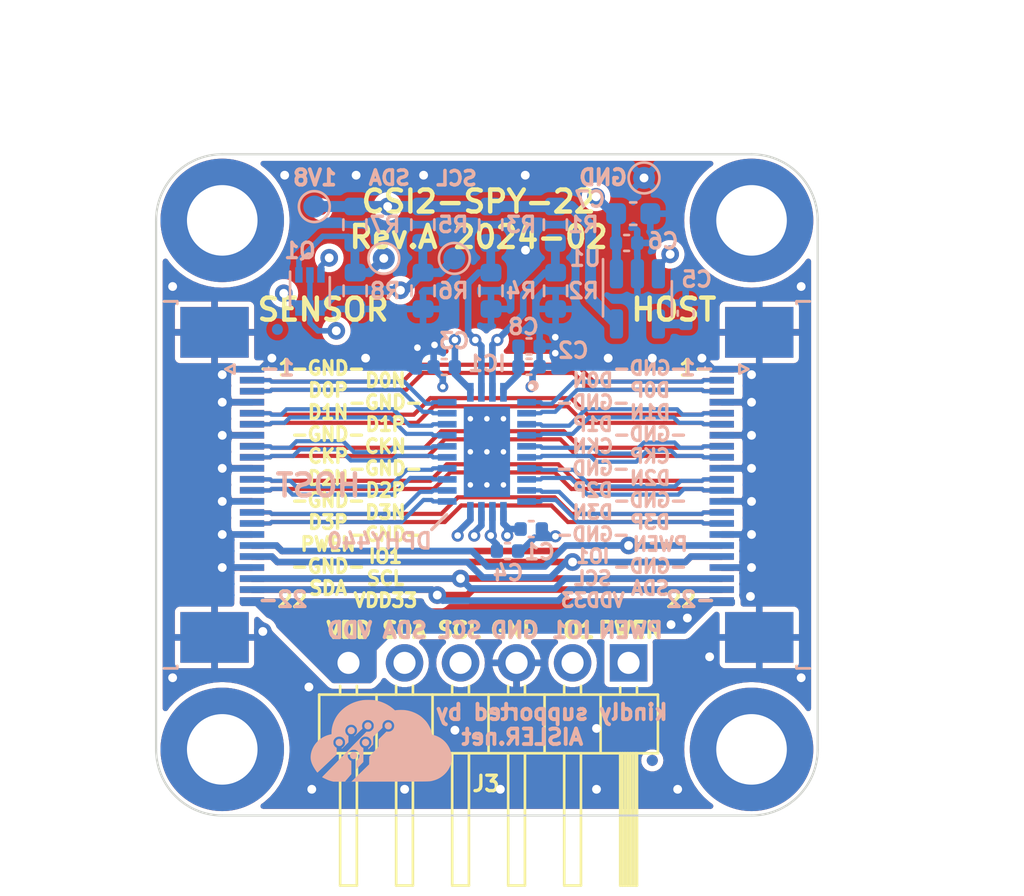
<source format=kicad_pcb>
(kicad_pcb (version 20221018) (generator pcbnew)
  (layers (0 "F.Cu" signal) (1 "In1.Cu" signal) (2 "In2.Cu" signal) (31 "B.Cu" signal) (34 "B.Paste" user) (35 "F.Paste" user) (36 "B.SilkS" user "B.Silkscreen") (37 "F.SilkS" user "F.Silkscreen") (38 "B.Mask" user) (39 "F.Mask" user) (44 "Edge.Cuts" user))
  (net 0 "")
  (net 1 "GND")
  (net 2 "/C0D0_N")
  (net 3 "/C0D0_P")
  (net 4 "/C0D1_N")
  (net 5 "/C0D1_P")
  (net 6 "/C0CK_N")
  (net 7 "/C0CK_P")
  (net 8 "/C0D2_N")
  (net 9 "/C0D2_P")
  (net 10 "/C0D3_N")
  (net 11 "/C0D3_P")
  (net 16 "/IO0")
  (net 17 "/IO1")
  (net 18 "/SCL")
  (net 19 "/SDA")
  (net 20 "/VDD33")
  (net 21 "/C1D3_P")
  (net 22 "/C1D3_N")
  (net 23 "/C1D2_P")
  (net 24 "/C1D2_N")
  (net 25 "/C1CK_P")
  (net 26 "/C1CK_N")
  (net 27 "/C1D1_P")
  (net 28 "/C1D1_N")
  (net 29 "/C1D0_P")
  (net 30 "/C1D0_N")
  (net 31 "/S1D0_N")
  (net 32 "/S1D0_P")
  (net 33 "/S1D1_N")
  (net 34 "/S1D1_P")
  (net 35 "/S1CK_N")
  (net 36 "/S1CK_P")
  (net 37 "/S1D2_N")
  (net 38 "/S1D2_P")
  (net 39 "/S1D3_N")
  (net 40 "/S1D3_P")
  (net 41 "VCC")
  (net 42 "VDD")
  (net 43 "Net-(U1-BP)")
  (net 44 "EQ{slash}SCL")
  (net 45 "ERC{slash}SDA")
  (net 46 "PRE{slash}CFG1")
  (net 47 "Net-(IC1-RSTN)")
  (net 48 "VSADJ{slash}CFG0")
  (footprint "Connector_FPC-FFC_Reverse:TE_2-1734839-2_1x22-1MP_P0.5mm_Horizontal_TopContact_Reverse" (layer "F.Cu") (at 27 15 90)
    (fp_text reference "J2" hide)
    (fp_text value "Conn_01x22_MountingPin")
  )
  (footprint "Fiducial:Fiducial_0.5mm_Mask1mm" (layer "F.Cu") (at 22.5 27.5)
    (fp_text reference "FID1" hide)
    (fp_text value "Fiducial" hide)
  )
  (footprint "Connector_PinHeader_2.54mm:PinHeader_1x06_P2.54mm_Horizontal" (layer "F.Cu") (at 21.425 23.075 -90)
    (fp_text reference "J3")
    (fp_text value "Conn_01x06")
  )
  (footprint "MountingHole:MountingHole_3.2mm_M3_DIN965_Pad" (layer "F.Cu") (at 3 27)
    (fp_text reference "H2" hide)
    (fp_text value "M3")
  )
  (footprint "Fiducial:Fiducial_0.5mm_Mask1mm" (layer "F.Cu") (at 7.5 2.5)
    (fp_text reference "FID2" hide)
    (fp_text value "Fiducial" hide)
  )
  (footprint "MountingHole:MountingHole_3.2mm_M3_DIN965_Pad" (layer "F.Cu") (at 3 3)
    (fp_text reference "H1" hide)
    (fp_text value "M3")
  )
  (footprint "MountingHole:MountingHole_3.2mm_M3_DIN965_Pad" (layer "F.Cu") (at 27 27)
    (fp_text reference "H3" hide)
    (fp_text value "M3")
  )
  (footprint "Connector_FFC-FPC:TE_2-1734839-2_1x22-1MP_P0.5mm_Horizontal" (layer "F.Cu") (at 3 15 -90)
    (fp_text reference "J1" hide)
    (fp_text value "Conn_01x22_MountingPin")
  )
  (footprint "MountingHole:MountingHole_3.2mm_M3_DIN965_Pad" (layer "F.Cu") (at 27 3)
    (fp_text reference "H4" hide)
    (fp_text value "M3")
  )
  (footprint "TestPoint:TestPoint_Pad_D1.0mm" (layer "B.Cu") (at 7.175 2.375 180)
    (fp_text reference "TP1" hide)
    (fp_text value "TestPoint_Alt")
  )
  (footprint "Resistor_SMD:R_0603_1608Metric" (layer "B.Cu") (at 18.115 6.195 -90)
    (fp_text reference "R2")
    (fp_text value "10k")
  )
  (footprint "Capacitor_SMD:C_0402_1005Metric" (layer "B.Cu") (at 16.91 9.64)
    (fp_text reference "C2")
    (fp_text value "100nF")
  )
  (footprint "Capacitor_SMD:C_0603_1608Metric" (layer "B.Cu") (at 21.635 2.695)
    (fp_text reference "C7")
    (fp_text value "4.7µF")
  )
  (footprint "DPHY440:WQFN28EP-RHR0028A" (layer "B.Cu") (at 15 13.5 180)
    (fp_text reference "IC1")
    (fp_text value "SN65DPHY440SSRHRR" hide)
  )
  (footprint "Connector_FFC-FPC:TE_2-1734839-2_1x22-1MP_P0.5mm_Horizontal" (layer "B.Cu") (at 27 15 -90)
    (fp_text reference "J4" hide)
    (fp_text value "Conn_01x22_MountingPin")
  )
  (footprint "Resistor_SMD:R_0603_1608Metric" (layer "B.Cu") (at 18.105 3.195 -90)
    (fp_text reference "R1")
    (fp_text value "10k")
  )
  (footprint "Resistor_SMD:R_0603_1608Metric" (layer "B.Cu") (at 9.025 6.195 -90)
    (fp_text reference "R8")
    (fp_text value "10k")
  )
  (footprint "Capacitor_SMD:C_0402_1005Metric" (layer "B.Cu") (at 13.065 9.65 180)
    (fp_text reference "C3")
    (fp_text value "100nF")
  )
  (footprint "Resistor_SMD:R_0603_1608Metric" (layer "B.Cu") (at 12.105 6.195 -90)
    (fp_text reference "R6")
    (fp_text value "2k")
  )
  (footprint "Capacitor_SMD:C_0402_1005Metric" (layer "B.Cu") (at 15.935 18.005)
    (fp_text reference "C4")
    (fp_text value "100nF")
  )
  (footprint "Fiducial:Fiducial_0.5mm_Mask1mm" (layer "B.Cu") (at 22.5 27.5 180)
    (fp_text reference "FID4" hide)
    (fp_text value "Fiducial")
  )
  (footprint "Connector_FPC-FFC_Reverse:TE_2-1734839-2_1x22-1MP_P0.5mm_Horizontal_TopContact_Reverse" (layer "B.Cu") (at 3 15 90)
    (fp_text reference "J5" hide)
    (fp_text value "Conn_01x22_MountingPin")
  )
  (footprint "Package_TO_SOT_SMD:SOT-563" (layer "B.Cu") (at 6.975 6.225 -90)
    (fp_text reference "Q1")
    (fp_text value "DMG1024UV")
  )
  (footprint "Fiducial:Fiducial_0.5mm_Mask1mm" (layer "B.Cu") (at 5.5 7.945 180)
    (fp_text reference "FID3" hide)
    (fp_text value "Fiducial")
  )
  (footprint "Capacitor_SMD:C_0402_1005Metric" (layer "B.Cu") (at 16.91 8.715)
    (fp_text reference "C8")
    (fp_text value "100nF")
  )
  (footprint "Resistor_SMD:R_0603_1608Metric" (layer "B.Cu") (at 9.015 3.195 -90)
    (fp_text reference "R7")
    (fp_text value "2k")
  )
  (footprint "Package_TO_SOT_SMD:SOT-23-5" (layer "B.Cu") (at 21.825 6.56 -90)
    (fp_text reference "U1")
    (fp_text value "TPS79318")
  )
  (footprint "TestPoint:TestPoint_Pad_D1.0mm" (layer "B.Cu") (at 22.125 1.075 180)
    (fp_text reference "TP4" hide)
    (fp_text value "TestPoint_Alt")
  )
  (footprint "TestPoint:TestPoint_Pad_D1.0mm" (layer "B.Cu") (at 13.525 4.725 180)
    (fp_text reference "TP2" hide)
    (fp_text value "TestPoint_Alt")
  )
  (footprint "Capacitor_SMD:C_0402_1005Metric" (layer "B.Cu") (at 21.335 4.025)
    (fp_text reference "C6")
    (fp_text value "100nF")
  )
  (footprint "TestPoint:TestPoint_Pad_D1.0mm" (layer "B.Cu") (at 10.325 4.725 180)
    (fp_text reference "TP3" hide)
    (fp_text value "TestPoint_Alt")
  )
  (footprint "Resistor_SMD:R_0603_1608Metric" (layer "B.Cu") (at 15.175 3.195 -90)
    (fp_text reference "R3")
    (fp_text value "10k")
  )
  (footprint "Capacitor_SMD:C_0402_1005Metric" (layer "B.Cu") (at 24.015 7.215 90)
    (fp_text reference "C5")
    (fp_text value "10nF")
  )
  (footprint "Resistor_SMD:R_0603_1608Metric" (layer "B.Cu") (at 12.095 3.195 -90)
    (fp_text reference "R5")
    (fp_text value "10k")
  )
  (footprint "Resistor_SMD:R_0603_1608Metric" (layer "B.Cu") (at 15.185 6.195 -90)
    (fp_text reference "R4")
    (fp_text value "10k")
  )
  (footprint "Capacitor_SMD:C_0402_1005Metric" (layer "B.Cu") (at 17.01 17.005)
    (fp_text reference "C1")
    (fp_text value "100nF")
  )
  (gr_poly (pts (xy 8.831166 25.985559) (xy 8.818619 25.987253) (xy 8.80641 25.989863) (xy 8.794571 25.993348) (xy 8.783134 25.997668) (xy 8.772133 26.00278) (xy 8.7616 26.008645) (xy 8.751568 26.01522) (xy 8.74207 26.022464) (xy 8.733138 26.030337) (xy 8.724806 26.038796) (xy 8.717105 26.047802) (xy 8.71007 26.057312) (xy 8.703732 26.067285) (xy 8.698125 26.077681) (xy 8.69328 26.088458) (xy 8.689232 26.099575) (xy 8.686013 26.110991) (xy 8.683655 26.122664) (xy 8.682191 26.134553) (xy 8.681655 26.146618) (xy 8.682079 26.158816) (xy 8.683495 26.171107) (xy 8.685936 26.18345) (xy 8.689436 26.195804) (xy 8.694027 26.208126) (xy 8.699742 26.220376) (xy 8.706613 26.232514) (xy 8.712336 26.241291) (xy 8.718297 26.249479) (xy 8.724511 26.257087) (xy 8.727717 26.260677) (xy 8.730993 26.264125) (xy 8.73434 26.267433) (xy 8.73776 26.270602) (xy 8.741256 26.273633) (xy 8.744828 26.276527) (xy 8.74848 26.279285) (xy 8.752213 26.281909) (xy 8.756029 26.284399) (xy 8.75993 26.286757) (xy 8.763918 26.288984) (xy 8.767995 26.291081) (xy 8.772164 26.29305) (xy 8.776425 26.29489) (xy 8.780782 26.296605) (xy 8.785236 26.298194) (xy 8.789788 26.299659) (xy 8.794442 26.301001) (xy 8.804061 26.303321) (xy 8.814107 26.305162) (xy 8.824598 26.306535) (xy 8.835548 26.307449) (xy 8.850561 26.308233) (xy 8.857056 26.308424) (xy 8.862992 26.30846) (xy 8.868459 26.308322) (xy 8.873543 26.307994) (xy 8.878334 26.307459) (xy 8.882918 26.306699) (xy 8.887384 26.305697) (xy 8.89182 26.304436) (xy 8.896312 26.302899) (xy 8.90095 26.301069) (xy 8.905822 26.298929) (xy 8.911014 26.296462) (xy 8.922713 26.290476) (xy 8.922714 26.290476) (xy 8.928986 26.287019) (xy 8.935046 26.283373) (xy 8.940892 26.279543) (xy 8.946521 26.275533) (xy 8.951931 26.27135) (xy 8.957119 26.266997) (xy 8.962082 26.262481) (xy 8.96682 26.257807) (xy 8.971329 26.252979) (xy 8.975606 26.248002) (xy 8.97965 26.242883) (xy 8.983458 26.237625) (xy 8.987027 26.232234) (xy 8.990356 26.226716) (xy 8.993441 26.221075) (xy 8.996281 26.215316) (xy 8.998873 26.209444) (xy 9.001214 26.203466) (xy 9.003303 26.197385) (xy 9.005136 26.191207) (xy 9.006712 26.184937) (xy 9.008029 26.17858) (xy 9.009082 26.172141) (xy 9.009871 26.165626) (xy 9.010393 26.159039) (xy 9.010646 26.152386) (xy 9.010626 26.145672) (xy 9.010332 26.138901) (xy 9.009762 26.13208) (xy 9.008912 26.125212) (xy 9.007781 26.118304) (xy 9.006366 26.11136) (xy 9.004964 26.105351) (xy 9.00353 26.099772) (xy 9.002031 26.094569) (xy 9.000435 26.089687) (xy 8.99871 26.085069) (xy 8.996822 26.080663) (xy 8.994739 26.076411) (xy 8.992429 26.07226) (xy 8.989859 26.068154) (xy 8.986997 26.064038) (xy 8.983809 26.059856) (xy 8.980264 26.055555) (xy 8.976329 26.051078) (xy 8.971971 26.046371) (xy 8.967158 26.041378) (xy 8.961858 26.036045) (xy 8.957641 26.03194) (xy 8.953405 26.027986) (xy 8.949161 26.024188) (xy 8.944917 26.020554) (xy 8.940685 26.017091) (xy 8.936474 26.013806) (xy 8.932295 26.010706) (xy 8.928158 26.007797) (xy 8.924074 26.005088) (xy 8.920052 26.002585) (xy 8.916102 26.000294) (xy 8.912236 25.998224) (xy 8.908463 25.99638) (xy 8.904793 25.99477) (xy 8.901237 25.993402) (xy 8.897805 25.992281) (xy 8.884065 25.988774) (xy 8.870499 25.986389) (xy 8.857138 25.985086) (xy 8.844016 25.984823)) (fill solid) (layer "B.SilkS"))
  (gr_poly (pts (xy 9.593892 25.770346) (xy 9.583198 25.77145) (xy 9.572508 25.773295) (xy 9.561854 25.7759) (xy 9.55127 25.779282) (xy 9.540786 25.783459) (xy 9.530435 25.788448) (xy 9.520249 25.794267) (xy 9.510292 25.800906) (xy 9.501026 25.808059) (xy 9.49245 25.815687) (xy 9.484562 25.823756) (xy 9.477359 25.832227) (xy 9.47084 25.841064) (xy 9.465003 25.850229) (xy 9.459845 25.859686) (xy 9.455366 25.869399) (xy 9.451563 25.879329) (xy 9.448434 25.88944) (xy 9.445977 25.899695) (xy 9.444191 25.910058) (xy 9.443072 25.920491) (xy 9.442621 25.930957) (xy 9.442834 25.94142) (xy 9.443709 25.951842) (xy 9.445246 25.962187) (xy 9.44744 25.972418) (xy 9.450292 25.982498) (xy 9.453799 25.992389) (xy 9.457959 26.002055) (xy 9.46277 26.011459) (xy 9.468229 26.020565) (xy 9.474337 26.029334) (xy 9.481089 26.037731) (xy 9.488485 26.045719) (xy 9.496522 26.053259) (xy 9.505199 26.060316) (xy 9.514513 26.066853) (xy 9.524463 26.072833) (xy 9.535047 26.078218) (xy 9.542648 26.081516) (xy 9.550449 26.084432) (xy 9.558422 26.086965) (xy 9.566543 26.089113) (xy 9.574785 26.090875) (xy 9.583121 26.09225) (xy 9.591527 26.093236) (xy 9.599975 26.093833) (xy 9.60844 26.094039) (xy 9.616895 26.093852) (xy 9.625314 26.093273) (xy 9.633672 26.092298) (xy 9.641942 26.090928) (xy 9.650098 26.089161) (xy 9.658114 26.086995) (xy 9.665963 26.08443) (xy 9.665963 26.084431) (xy 9.671382 26.082353) (xy 9.676718 26.080016) (xy 9.681964 26.077428) (xy 9.687115 26.074598) (xy 9.692165 26.071535) (xy 9.697109 26.068247) (xy 9.70194 26.064742) (xy 9.706652 26.061031) (xy 9.71124 26.05712) (xy 9.715699 26.053018) (xy 9.720022 26.048735) (xy 9.724203 26.044278) (xy 9.728237 26.039657) (xy 9.732117 26.03488) (xy 9.735839 26.029954) (xy 9.739396 26.02489) (xy 9.742782 26.019696) (xy 9.745992 26.014379) (xy 9.749019 26.008949) (xy 9.751859 26.003415) (xy 9.754505 25.997784) (xy 9.756951 25.992066) (xy 9.759192 25.986269) (xy 9.761222 25.980402) (xy 9.763034 25.974472) (xy 9.764624 25.96849) (xy 9.765985 25.962463) (xy 9.767112 25.956399) (xy 9.767998 25.950309) (xy 9.768638 25.944199) (xy 9.769027 25.938079) (xy 9.769157 25.931957) (xy 9.768749 25.920277) (xy 9.767545 25.908896) (xy 9.765577 25.897832) (xy 9.762878 25.887102) (xy 9.759479 25.876724) (xy 9.755413 25.866715) (xy 9.750711 25.857094) (xy 9.745405 25.847878) (xy 9.739528 25.839085) (xy 9.733111 25.830732) (xy 9.726187 25.822837) (xy 9.718788 25.815419) (xy 9.710945 25.808494) (xy 9.702691 25.802081) (xy 9.694057 25.796196) (xy 9.685075 25.790858) (xy 9.675779 25.786085) (xy 9.666199 25.781894) (xy 9.656367 25.778303) (xy 9.646316 25.775329) (xy 9.636078 25.772991) (xy 9.625685 25.771306) (xy 9.615168 25.770292) (xy 9.60456 25.769966)) (fill solid) (layer "B.SilkS"))
  (gr_poly (pts (xy 9.484306 26.52431) (xy 9.472972 26.52559) (xy 9.461681 26.527682) (xy 9.450472 26.5306) (xy 9.439388 26.534358) (xy 9.428468 26.538971) (xy 9.417753 26.544452) (xy 9.407285 26.550815) (xy 9.397104 26.558075) (xy 9.387251 26.566246) (xy 9.377766 26.575341) (xy 9.372872 26.580694) (xy 9.368149 26.58648) (xy 9.363616 26.592652) (xy 9.359295 26.599162) (xy 9.355205 26.605962) (xy 9.351365 26.613006) (xy 9.347797 26.620245) (xy 9.344519 26.627631) (xy 9.341552 26.635118) (xy 9.338916 26.642657) (xy 9.33663 26.650202) (xy 9.334716 26.657704) (xy 9.333192 26.665116) (xy 9.332078 26.67239) (xy 9.331396 26.679478) (xy 9.331164 26.686334) (xy 9.331396 26.69319) (xy 9.332078 26.700279) (xy 9.333192 26.707553) (xy 9.334716 26.714965) (xy 9.33663 26.722467) (xy 9.338916 26.730011) (xy 9.341552 26.737551) (xy 9.344519 26.745038) (xy 9.347797 26.752424) (xy 9.351365 26.759663) (xy 9.355205 26.766706) (xy 9.359295 26.773507) (xy 9.363617 26.780017) (xy 9.368149 26.786189) (xy 9.372872 26.791975) (xy 9.377766 26.797328) (xy 9.384107 26.80358) (xy 9.390588 26.809422) (xy 9.397212 26.814855) (xy 9.40398 26.81988) (xy 9.410895 26.824497) (xy 9.417959 26.828708) (xy 9.425174 26.832513) (xy 9.432542 26.835914) (xy 9.440065 26.838912) (xy 9.447747 26.841507) (xy 9.455588 26.8437) (xy 9.463591 26.845492) (xy 9.471758 26.846884) (xy 9.480091 26.847877) (xy 9.488592 26.848473) (xy 9.497265 26.848671) (xy 9.501501 26.84861) (xy 9.505835 26.848428) (xy 9.510243 26.848131) (xy 9.514703 26.847723) (xy 9.519189 26.847209) (xy 9.523679 26.846593) (xy 9.532576 26.845074) (xy 9.536934 26.844181) (xy 9.541202 26.843204) (xy 9.545355 26.842148) (xy 9.54937 26.841017) (xy 9.553223 26.839817) (xy 9.55689 26.838552) (xy 9.560348 26.837226) (xy 9.563574 26.835844) (xy 9.56931 26.833087) (xy 9.574933 26.830082) (xy 9.580437 26.826839) (xy 9.585816 26.823368) (xy 9.591064 26.819678) (xy 9.596175 26.81578) (xy 9.601143 26.811683) (xy 9.605963 26.807397) (xy 9.610628 26.802931) (xy 9.615133 26.798296) (xy 9.619471 26.7935) (xy 9.623638 26.788555) (xy 9.627626 26.783469) (xy 9.63143 26.778253) (xy 9.635045 26.772916) (xy 9.638464 26.767469) (xy 9.641681 26.761919) (xy 9.64469 26.756279) (xy 9.647486 26.750556) (xy 9.650063 26.744762) (xy 9.652415 26.738905) (xy 9.654535 26.732996) (xy 9.656419 26.727045) (xy 9.658059 26.72106) (xy 9.659451 26.715052) (xy 9.660588 26.709031) (xy 9.661465 26.703007) (xy 9.662075 26.696988) (xy 9.662413 26.690986) (xy 9.662472 26.685009) (xy 9.662248 26.679068) (xy 9.661733 26.673171) (xy 9.659795 26.660141) (xy 9.657001 26.647614) (xy 9.653393 26.635603) (xy 9.649011 26.624124) (xy 9.643896 26.613189) (xy 9.638088 26.602813) (xy 9.631629 26.593011) (xy 9.624559 26.583796) (xy 9.616919 26.575182) (xy 9.60875 26.567183) (xy 9.600092 26.559814) (xy 9.590987 26.553088) (xy 9.581476 26.547019) (xy 9.571599 26.541623) (xy 9.561396 26.536911) (xy 9.55091 26.5329) (xy 9.54018 26.529602) (xy 9.529247 26.527032) (xy 9.518152 26.525204) (xy 9.506937 26.524131) (xy 9.495641 26.523829)) (fill solid) (layer "B.SilkS"))
  (gr_poly (pts (xy 9.552005 24.755381) (xy 9.476393 24.757863) (xy 9.410366 24.761992) (xy 9.382481 24.764673) (xy 9.358833 24.767765) (xy 9.278493 24.781912) (xy 9.199687 24.79919) (xy 9.122479 24.819565) (xy 9.04693 24.843002) (xy 8.973104 24.869467) (xy 8.901065 24.898925) (xy 8.830874 24.931343) (xy 8.762595 24.966684) (xy 8.696292 25.004916) (xy 8.632026 25.046003) (xy 8.569862 25.089911) (xy 8.509862 25.136606) (xy 8.452089 25.186053) (xy 8.396606 25.238218) (xy 8.343476 25.293066) (xy 8.292762 25.350562) (xy 8.254031 25.398735) (xy 8.217354 25.448692) (xy 8.182791 25.500272) (xy 8.150405 25.553312) (xy 8.120256 25.60765) (xy 8.092407 25.663124) (xy 8.066919 25.719573) (xy 8.043852 25.776833) (xy 8.02327 25.834743) (xy 8.005232 25.893141) (xy 7.989801 25.951864) (xy 7.977038 26.010751) (xy 7.967004 26.06964) (xy 7.959761 26.128367) (xy 7.95537 26.186772) (xy 7.953893 26.244693) (xy 7.953893 26.308842) (xy 7.93486 26.313176) (xy 7.874699 26.32775) (xy 7.818796 26.343191) (xy 7.766447 26.359772) (xy 7.741385 26.368577) (xy 7.716947 26.377769) (xy 7.693044 26.387384) (xy 7.66959 26.397455) (xy 7.646495 26.408017) (xy 7.623672 26.419105) (xy 7.601033 26.430751) (xy 7.578488 26.442991) (xy 7.533334 26.46939) (xy 7.476686 26.506348) (xy 7.422722 26.546229) (xy 7.371548 26.588864) (xy 7.323268 26.634083) (xy 7.277988 26.681716) (xy 7.235814 26.731594) (xy 7.19685 26.783547) (xy 7.161202 26.837405) (xy 7.128974 26.892999) (xy 7.100273 26.95016) (xy 7.075203 27.008716) (xy 7.053869 27.068499) (xy 7.036378 27.12934) (xy 7.022833 27.191067) (xy 7.017573 27.222211) (xy 7.01334 27.253512) (xy 7.010146 27.284951) (xy 7.008005 27.316506) (xy 7.007056 27.342621) (xy 7.006915 27.368255) (xy 7.007602 27.393499) (xy 7.009137 27.418445) (xy 7.011542 27.443184) (xy 7.014837 27.467808) (xy 7.019044 27.492409) (xy 7.024182 27.517078) (xy 7.030273 27.541908) (xy 7.037337 27.566988) (xy 7.045396 27.592412) (xy 7.054469 27.618272) (xy 7.064578 27.644657) (xy 7.075744 27.671661) (xy 7.087987 27.699375) (xy 7.101328 27.727891) (xy 7.112243 27.74969) (xy 7.124956 27.773483) (xy 7.15453 27.825171) (xy 7.187557 27.879202) (xy 7.221547 27.931825) (xy 7.254008 27.979285) (xy 7.282448 28.017832) (xy 7.294381 28.032589) (xy 7.304376 28.043711) (xy 7.312119 28.050729) (xy 7.315049 28.052551) (xy 7.3173 28.053172) (xy 7.3202 28.051033) (xy 7.327423 28.044759) (xy 7.353941 28.020647) (xy 7.448956 27.932088) (xy 7.587934 27.801022) (xy 7.756465 27.640973) (xy 8.189202 27.228774) (xy 8.189202 26.926383) (xy 8.158639 26.908472) (xy 8.151489 26.904037) (xy 8.144389 26.899151) (xy 8.137357 26.89383) (xy 8.130407 26.888096) (xy 8.123557 26.881966) (xy 8.116823 26.875459) (xy 8.110222 26.868594) (xy 8.103769 26.86139) (xy 8.09748 26.853867) (xy 8.091374 26.846042) (xy 8.085465 26.837935) (xy 8.079769 26.829565) (xy 8.074305 26.82095) (xy 8.069087 26.81211) (xy 8.064132 26.803063) (xy 8.059456 26.793828) (xy 8.056552 26.787743) (xy 8.05396 26.782039) (xy 8.051662 26.776617) (xy 8.049641 26.771376) (xy 8.047879 26.766217) (xy 8.046359 26.76104) (xy 8.045064 26.755745) (xy 8.043976 26.750232) (xy 8.043077 26.744402) (xy 8.04235 26.738153) (xy 8.041777 26.731387) (xy 8.041341 26.724004) (xy 8.041025 26.715903) (xy 8.040811 26.706985) (xy 8.040617 26.686297) (xy 8.040665 26.665059) (xy 8.041079 26.647807) (xy 8.041476 26.640382) (xy 8.042028 26.633603) (xy 8.042757 26.627352) (xy 8.043683 26.621513) (xy 8.044827 26.615967) (xy 8.046212 26.610599) (xy 8.047857 26.605292) (xy 8.049785 26.599927) (xy 8.052016 26.594389) (xy 8.054571 26.588561) (xy 8.060741 26.575563) (xy 8.070571 26.557165) (xy 8.081423 26.539937) (xy 8.093228 26.523879) (xy 8.105917 26.508994) (xy 8.119423 26.495281) (xy 8.133678 26.48274) (xy 8.148612 26.471374) (xy 8.164159 26.461182) (xy 8.18025 26.452165) (xy 8.196817 26.444323) (xy 8.213791 26.437658) (xy 8.231105 26.432171) (xy 8.24869 26.427861) (xy 8.266478 26.424729) (xy 8.284401 26.422777) (xy 8.30239 26.422005) (xy 8.320379 26.422413) (xy 8.338298 26.424002) (xy 8.356079 26.426774) (xy 8.373654 26.430728) (xy 8.390955 26.435865) (xy 8.407914 26.442187) (xy 8.424463 26.449693) (xy 8.440533 26.458384) (xy 8.456056 26.468262) (xy 8.470965 26.479326) (xy 8.48519 26.491578) (xy 8.498665 26.505018) (xy 8.511319 26.519647) (xy 8.523087 26.535465) (xy 8.533898 26.552474) (xy 8.543686 26.570673) (xy 8.550714 26.585288) (xy 8.553609 26.591712) (xy 8.556127 26.597725) (xy 8.558293 26.60346) (xy 8.560133 26.609049) (xy 8.561675 26.614625) (xy 8.562943 26.62032) (xy 8.563964 26.626269) (xy 8.564765 26.632603) (xy 8.56537 26.639456) (xy 8.565807 26.64696) (xy 8.566101 26.655248) (xy 8.566279 26.664454) (xy 8.56639 26.686147) (xy 8.566259 26.70677) (xy 8.565776 26.723804) (xy 8.565363 26.731219) (xy 8.564812 26.73803) (xy 8.564108 26.744335) (xy 8.563234 26.750231) (xy 8.562173 26.755816) (xy 8.56091 26.761187) (xy 8.559428 26.766442) (xy 8.55771 26.771679) (xy 8.55574 26.776995) (xy 8.553501 26.782489) (xy 8.548153 26.794397) (xy 8.543885 26.803082) (xy 8.539288 26.811639) (xy 8.534377 26.820054) (xy 8.529166 26.828309) (xy 8.523668 26.836389) (xy 8.517897 26.844278) (xy 8.511867 26.851961) (xy 8.505591 26.859422) (xy 8.499084 26.866644) (xy 8.492359 26.873612) (xy 8.48543 26.88031) (xy 8.478311 26.886723) (xy 8.471016 26.892834) (xy 8.463558 26.898627) (xy 8.455951 26.904087) (xy 8.448209 26.909198) (xy 8.443592 26.912157) (xy 8.43945 26.914915) (xy 8.435757 26.917506) (xy 8.43249 26.919961) (xy 8.429623 26.922315) (xy 8.427133 26.924601) (xy 8.424996 26.926851) (xy 8.424052 26.927974) (xy 8.423187 26.9291) (xy 8.422398 26.930235) (xy 8.421681 26.931381) (xy 8.421035 26.932543) (xy 8.420455 26.933726) (xy 8.419939 26.934933) (xy 8.419484 26.936169) (xy 8.419087 26.937437) (xy 8.418744 26.938743) (xy 8.41821 26.941482) (xy 8.417858 26.944418) (xy 8.417664 26.947585) (xy 8.417604 26.951016) (xy 8.41763 26.953307) (xy 8.417708 26.955535) (xy 8.417837 26.957686) (xy 8.418013 26.95975) (xy 8.418234 26.961715) (xy 8.418497 26.96357) (xy 8.418799 26.965303) (xy 8.419138 26.966902) (xy 8.419511 26.968357) (xy 8.419915 26.969654) (xy 8.420348 26.970784) (xy 8.420806 26.971735) (xy 8.421288 26.972494) (xy 8.421791 26.97305) (xy 8.422049 26.973249) (xy 8.422312 26.973393) (xy 8.422578 26.97348) (xy 8.422848 26.973509) (xy 8.424146 26.972746) (xy 8.426904 26.970507) (xy 8.436487 26.9619) (xy 8.450975 26.948294) (xy 8.469741 26.930291) (xy 8.492162 26.908495) (xy 8.517613 26.883509) (xy 8.54547 26.855937) (xy 8.575108 26.826382) (xy 8.722117 26.679254) (xy 8.722117 26.386413) (xy 8.688356 26.361632) (xy 8.675907 26.351959) (xy 8.664201 26.341783) (xy 8.653241 26.331134) (xy 8.643027 26.320043) (xy 8.633561 26.30854) (xy 8.624846 26.296656) (xy 8.616882 26.284421) (xy 8.609671 26.271866) (xy 8.603215 26.259022) (xy 8.597516 26.245918) (xy 8.592574 26.232585) (xy 8.588393 26.219054) (xy 8.584972 26.205355) (xy 8.582315 26.191519) (xy 8.580422 26.177576) (xy 8.579295 26.163557) (xy 8.578936 26.149493) (xy 8.579346 26.135413) (xy 8.580527 26.121348) (xy 8.582481 26.107329) (xy 8.585208 26.093386) (xy 8.588712 26.07955) (xy 8.592993 26.065851) (xy 8.598053 26.052319) (xy 8.603894 26.038986) (xy 8.610517 26.025882) (xy 8.617924 26.013037) (xy 8.626116 26.000482) (xy 8.635096 25.988246) (xy 8.644864 25.976362) (xy 8.655423 25.964858) (xy 8.666773 25.953767) (xy 8.677067 25.944538) (xy 8.687216 25.936068) (xy 8.697279 25.928332) (xy 8.707314 25.921309) (xy 8.71738 25.914977) (xy 8.727533 25.909312) (xy 8.737833 25.904293) (xy 8.748337 25.899897) (xy 8.759103 25.896102) (xy 8.77019 25.892886) (xy 8.781655 25.890226) (xy 8.793557 25.888099) (xy 8.805954 25.886485) (xy 8.818903 25.885359) (xy 8.832463 25.8847) (xy 8.846692 25.884485) (xy 8.861945 25.884706) (xy 8.876351 25.88539) (xy 8.88999 25.886572) (xy 8.902942 25.888284) (xy 8.91529 25.890561) (xy 8.927112 25.893436) (xy 8.938489 25.896941) (xy 8.949503 25.901112) (xy 8.960234 25.905981) (xy 8.970762 25.911581) (xy 8.981168 25.917947) (xy 8.991533 25.925111) (xy 9.001937 25.933108) (xy 9.012461 25.941971) (xy 9.023185 25.951733) (xy 9.03419 25.962427) (xy 9.044691 25.973242) (xy 9.054298 25.983816) (xy 9.063041 25.994221) (xy 9.07095 26.004528) (xy 9.078055 26.014809) (xy 9.084386 26.025134) (xy 9.089973 26.035574) (xy 9.094846 26.046201) (xy 9.099035 26.057086) (xy 9.102569 26.068299) (xy 9.105479 26.079912) (xy 9.107795 26.091996) (xy 9.109546 26.104623) (xy 9.110762 26.117862) (xy 9.111474 26.131785) (xy 9.111712 26.146464) (xy 9.111243 26.162363) (xy 9.109839 26.178212) (xy 9.10753 26.193946) (xy 9.104348 26.209499) (xy 9.100324 26.224806) (xy 9.09549 26.239802) (xy 9.089878 26.254422) (xy 9.083518 26.2686) (xy 9.076442 26.282272) (xy 9.068682 26.295371) (xy 9.060269 26.307833) (xy 9.051235 26.319592) (xy 9.04161 26.330583) (xy 9.031427 26.340742) (xy 9.020717 26.350002) (xy 9.009512 26.358299) (xy 9.006661 26.360305) (xy 9.003976 26.362326) (xy 9.001459 26.36436) (xy 8.999113 26.366403) (xy 8.996939 26.368452) (xy 8.994941 26.370503) (xy 8.993121 26.372553) (xy 8.991481 26.374599) (xy 8.990024 26.376638) (xy 8.988752 26.378666) (xy 8.987669 26.38068) (xy 8.986776 26.382676) (xy 8.986075 26.384653) (xy 8.98557 26.386605) (xy 8.985263 26.38853) (xy 8.985185 26.389482) (xy 8.985157 26.390425) (xy 8.985173 26.392012) (xy 8.985229 26.393554) (xy 8.985325 26.395043) (xy 8.985457 26.396472) (xy 8.985623 26.397832) (xy 8.985823 26.399116) (xy 8.986052 26.400316) (xy 8.986311 26.401423) (xy 8.986595 26.40243) (xy 8.986904 26.403328) (xy 8.987235 26.40411) (xy 8.987586 26.404768) (xy 8.987955 26.405293) (xy 8.988341 26.405679) (xy 8.988539 26.405816) (xy 8.98874 26.405916) (xy 8.988945 26.405976) (xy 8.989152 26.405996) (xy 8.990525 26.40508) (xy 8.993749 26.402392) (xy 9.005358 26.392064) (xy 9.023203 26.375734) (xy 9.046504 26.354128) (xy 9.106366 26.297982) (xy 9.178722 26.229421) (xy 9.364245 26.052844) (xy 9.351159 26.010796) (xy 9.347142 25.996566) (xy 9.343923 25.982269) (xy 9.341499 25.96793) (xy 9.339865 25.953571) (xy 9.339019 25.939218) (xy 9.338958 25.924893) (xy 9.339679 25.910622) (xy 9.341178 25.896427) (xy 9.343452 25.882332) (xy 9.346498 25.868363) (xy 9.350313 25.854542) (xy 9.354893 25.840893) (xy 9.360235 25.82744) (xy 9.366337 25.814208) (xy 9.373195 25.80122) (xy 9.380806 25.7885) (xy 9.386085 25.780476) (xy 9.391527 25.772791) (xy 9.397152 25.765425) (xy 9.402984 25.758361) (xy 9.409043 25.75158) (xy 9.415351 25.745064) (xy 9.42193 25.738795) (xy 9.428802 25.732753) (xy 9.435989 25.726921) (xy 9.443511 25.721281) (xy 9.451392 25.715814) (xy 9.459652 25.710501) (xy 9.468314 25.705325) (xy 9.477398 25.700267) (xy 9.486928 25.695308) (xy 9.496924 25.690431) (xy 9.510909 25.684) (xy 9.517141 25.68133) (xy 9.523011 25.678995) (xy 9.528626 25.676974) (xy 9.534094 25.675246) (xy 9.539525 25.673789) (xy 9.545025 25.672583) (xy 9.550703 25.671607) (xy 9.556668 25.670839) (xy 9.563027 25.670258) (xy 9.569889 25.669844) (xy 9.577362 25.669574) (xy 9.585553 25.669429) (xy 9.604525 25.669425) (xy 9.621299 25.669732) (xy 9.636239 25.670413) (xy 9.649689 25.671524) (xy 9.655962 25.672257) (xy 9.661991 25.673119) (xy 9.667819 25.674115) (xy 9.673489 25.675254) (xy 9.679043 25.676541) (xy 9.684525 25.677984) (xy 9.689978 25.679589) (xy 9.695443 25.681364) (xy 9.706585 25.685451) (xy 9.716343 25.689619) (xy 9.726145 25.694472) (xy 9.735947 25.699971) (xy 9.745707 25.706076) (xy 9.755382 25.712748) (xy 9.764928 25.719946) (xy 9.774303 25.727631) (xy 9.783464 25.735764) (xy 9.792367 25.744304) (xy 9.800969 25.753213) (xy 9.809229 25.762449) (xy 9.817101 25.771975) (xy 9.824545 25.781749) (xy 9.831516 25.791732) (xy 9.837971 25.801884) (xy 9.843868 25.812167) (xy 9.851443 25.826393) (xy 9.854534 25.832562) (xy 9.857201 25.838311) (xy 9.859476 25.843799) (xy 9.86139 25.849183) (xy 9.862975 25.854619) (xy 9.86426 25.860266) (xy 9.865278 25.866282) (xy 9.866059 25.872822) (xy 9.866635 25.880045) (xy 9.867036 25.888109) (xy 9.867294 25.89717) (xy 9.86744 25.907387) (xy 9.867519 25.931916) (xy 9.867427 25.956017) (xy 9.867011 25.975134) (xy 9.866614 25.983183) (xy 9.866056 25.990418) (xy 9.865309 25.996983) (xy 9.864349 26.003023) (xy 9.863147 26.00868) (xy 9.861677 26.014099) (xy 9.859913 26.019424) (xy 9.857828 26.0248) (xy 9.855395 26.03037) (xy 9.852588 26.036277) (xy 9.845744 26.049684) (xy 9.840406 26.059299) (xy 9.834491 26.068865) (xy 9.828037 26.078342) (xy 9.821085 26.087693) (xy 9.813675 26.09688) (xy 9.805846 26.105865) (xy 9.797639 26.114609) (xy 9.789093 26.123074) (xy 9.780247 26.131223) (xy 9.771143 26.139017) (xy 9.76182 26.146419) (xy 9.752317 26.153389) (xy 9.742674 26.159891) (xy 9.732932 26.165885) (xy 9.72313 26.171335) (xy 9.713308 26.176201) (xy 9.707178 26.178992) (xy 9.701376 26.181498) (xy 9.695813 26.183736) (xy 9.690402 26.18572) (xy 9.685054 26.187468) (xy 9.679681 26.188994) (xy 9.674196 26.190314) (xy 9.668509 26.191444) (xy 9.662533 26.192401) (xy 9.65618 26.193199) (xy 9.649361 26.193855) (xy 9.641989 26.194384) (xy 9.633975 26.194802) (xy 9.625231 26.195124) (xy 9.6052 26.195547) (xy 9.536666 26.196505) (xy 9.470507 26.264916) (xy 9.380859 26.356941) (xy 9.258224 26.482126) (xy 7.585571 28.195476) (xy 7.561974 28.220111) (xy 7.542651 28.240823) (xy 7.535214 28.249028) (xy 7.529594 28.255437) (xy 7.526039 28.259777) (xy 7.525114 28.261086) (xy 7.524799 28.261777) (xy 7.52759 28.26434) (xy 7.535541 28.269156) (xy 7.56438 28.284351) (xy 7.606231 28.304979) (xy 7.656013 28.328656) (xy 7.708641 28.352999) (xy 7.759034 28.375624) (xy 7.802107 28.394148) (xy 7.832777 28.406188) (xy 7.846773 28.410958) (xy 7.862697 28.416129) (xy 7.898115 28.427014) (xy 7.934604 28.437527) (xy 7.951866 28.442232) (xy 7.967735 28.44635) (xy 8.040404 28.464624) (xy 9.317308 28.464994) (xy 11.483546 28.461417) (xy 11.48356 28.461487) (xy 12.036409 28.458654) (xy 12.206501 28.456692) (xy 12.324575 28.453623) (xy 12.404784 28.448892) (xy 12.461282 28.44194) (xy 12.508222 28.432213) (xy 12.559758 28.419152) (xy 12.636619 28.396769) (xy 12.711103 28.369485) (xy 12.783004 28.337509) (xy 12.852112 28.301047) (xy 12.91822 28.260309) (xy 12.98112 28.215503) (xy 13.040604 28.166836) (xy 13.096465 28.114518) (xy 13.148494 28.058757) (xy 13.196483 27.999761) (xy 13.240224 27.937738) (xy 13.27951 27.872896) (xy 13.314133 27.805444) (xy 13.343885 27.735591) (xy 13.368557 27.663543) (xy 13.387942 27.58951) (xy 13.391926 27.569391) (xy 13.395383 27.547395) (xy 13.398314 27.523792) (xy 13.400719 27.49885) (xy 13.403946 27.446031) (xy 13.405062 27.391091) (xy 13.404064 27.336186) (xy 13.400951 27.283471) (xy 13.3986 27.258608) (xy 13.395719 27.235101) (xy 13.392307 27.213219) (xy 13.388366 27.193231) (xy 13.36988 27.120704) (xy 13.347139 27.050311) (xy 13.320271 26.982195) (xy 13.289402 26.916498) (xy 13.254659 26.853362) (xy 13.216169 26.79293) (xy 13.174061 26.735344) (xy 13.12846 26.680748) (xy 13.079493 26.629283) (xy 13.027288 26.581092) (xy 12.971973 26.536318) (xy 12.913673 26.495103) (xy 12.852516 26.457589) (xy 12.78863 26.42392) (xy 12.72214 26.394238) (xy 12.653175 26.368685) (xy 12.637974 26.363712) (xy 12.622626 26.358887) (xy 12.60755 26.354329) (xy 12.593166 26.350158) (xy 12.579894 26.346491) (xy 12.568153 26.343448) (xy 12.558361 26.341148) (xy 12.550938 26.339708) (xy 12.544937 26.338666) (xy 12.53922 26.3375) (xy 12.53392 26.336252) (xy 12.529172 26.334959) (xy 12.525108 26.333662) (xy 12.523374 26.333025) (xy 12.521862 26.3324) (xy 12.520588 26.331795) (xy 12.519568 26.331213) (xy 12.51882 26.330659) (xy 12.51836 26.330139) (xy 12.517996 26.329358) (xy 12.517528 26.328041) (xy 12.516313 26.323924) (xy 12.514772 26.31803) (xy 12.512964 26.310606) (xy 12.510946 26.301895) (xy 12.508777 26.292143) (xy 12.506515 26.281593) (xy 12.504218 26.270491) (xy 12.496507 26.235788) (xy 12.487421 26.20072) (xy 12.477012 26.165394) (xy 12.465332 26.129916) (xy 12.452432 26.094394) (xy 12.438362 26.058935) (xy 12.423176 26.023644) (xy 12.406923 25.988629) (xy 12.389655 25.953997) (xy 12.375263 25.927042) (xy 10.795238 25.927042) (xy 10.795042 25.943079) (xy 10.793864 25.958981) (xy 10.791726 25.974707) (xy 10.788651 25.990218) (xy 10.784662 26.005475) (xy 10.779782 26.020438) (xy 10.774033 26.035068) (xy 10.767437 26.049325) (xy 10.760019 26.063169) (xy 10.7518 26.076561) (xy 10.742803 26.089461) (xy 10.733051 26.10183) (xy 10.722566 26.113629) (xy 10.711372 26.124817) (xy 10.69949 26.135356) (xy 10.686944 26.145205) (xy 10.673756 26.154325) (xy 10.65995 26.162677) (xy 10.645547 26.170221) (xy 10.63057 26.176917) (xy 10.615043 26.182726) (xy 10.598988 26.187609) (xy 10.582427 26.191525) (xy 10.565383 26.194436) (xy 10.547879 26.196301) (xy 10.537227 26.19692) (xy 10.526301 26.197223) (xy 10.51541 26.197222) (xy 10.504864 26.196931) (xy 10.494973 26.196363) (xy 10.486046 26.195532) (xy 10.478395 26.19445) (xy 10.475144 26.193819) (xy 10.472328 26.193131) (xy 10.447255 26.186174) (xy 10.266432 26.367095) (xy 10.085608 26.548014) (xy 10.085608 26.874279) (xy 9.874638 27.099829) (xy 9.66367 27.325379) (xy 9.661818 27.501463) (xy 9.659971 27.677545) (xy 9.258559 28.069238) (xy 8.857148 28.460931) (xy 8.71354 28.461301) (xy 8.657779 28.461181) (xy 8.612116 28.460639) (xy 8.581263 28.459761) (xy 8.572863 28.459224) (xy 8.570676 28.458935) (xy 8.569931 28.458634) (xy 8.569867 28.458571) (xy 8.570603 28.457415) (xy 8.572762 28.454614) (xy 8.581062 28.444423) (xy 8.611543 28.408091) (xy 8.656656 28.355079) (xy 8.711745 28.29089) (xy 8.853623 28.126181) (xy 8.853465 27.824973) (xy 8.853306 27.523764) (xy 8.827531 27.511895) (xy 8.819897 27.508021) (xy 8.812063 27.503359) (xy 8.804083 27.49797) (xy 8.796015 27.491912) (xy 8.787912 27.485245) (xy 8.779833 27.47803) (xy 8.771831 27.470325) (xy 8.763963 27.462191) (xy 8.756284 27.453686) (xy 8.748851 27.444872) (xy 8.741718 27.435806) (xy 8.734942 27.42655) (xy 8.728579 27.417162) (xy 8.722684 27.407703) (xy 8.717313 27.398231) (xy 8.712522 27.388807) (xy 8.706032 27.374834) (xy 8.703338 27.368605) (xy 8.700983 27.362729) (xy 8.698944 27.357091) (xy 8.697199 27.351576) (xy 8.695725 27.346071) (xy 8.694501 27.340461) (xy 8.693504 27.334631) (xy 8.692712 27.328468) (xy 8.692103 27.321856) (xy 8.691654 27.314682) (xy 8.691344 27.306831) (xy 8.69115 27.298188) (xy 8.691021 27.278072) (xy 8.691161 27.258628) (xy 8.691665 27.242444) (xy 8.692094 27.235345) (xy 8.692662 27.228787) (xy 8.693386 27.222677) (xy 8.694282 27.216924) (xy 8.695366 27.211436) (xy 8.696654 27.206122) (xy 8.698162 27.20089) (xy 8.699907 27.195648) (xy 8.701904 27.190305) (xy 8.704169 27.184769) (xy 8.70957 27.17275) (xy 8.714691 27.162454) (xy 8.720319 27.15232) (xy 8.726431 27.14237) (xy 8.733002 27.13263) (xy 8.740009 27.123125) (xy 8.747427 27.113877) (xy 8.755233 27.104912) (xy 8.763403 27.096255) (xy 8.771913 27.087929) (xy 8.780738 27.079958) (xy 8.789856 27.072368) (xy 8.799242 27.065182) (xy 8.808871 27.058425) (xy 8.818721 27.052122) (xy 8.828768 27.046296) (xy 8.838986 27.040972) (xy 8.853536 27.033979) (xy 8.859926 27.031104) (xy 8.865914 27.028608) (xy 8.871638 27.026466) (xy 8.87724 27.024649) (xy 8.88286 27.023132) (xy 8.888638 27.021889) (xy 8.894713 27.020892) (xy 8.901227 27.020116) (xy 8.90832 27.019533) (xy 8.916131 27.019117) (xy 8.924801 27.018842) (xy 8.934471 27.018682) (xy 8.957367 27.018597) (xy 8.980271 27.018714) (xy 8.998546 27.019165) (xy 9.006291 27.019581) (xy 9.013288 27.020159) (xy 9.019675 27.020925) (xy 9.025588 27.021905) (xy 9.031164 27.023126) (xy 9.036539 27.024613) (xy 9.041851 27.026393) (xy 9.047236 27.028492) (xy 9.05283 27.030937) (xy 9.058769 27.033752) (xy 9.072234 27.040601) (xy 9.088733 27.049792) (xy 9.104298 27.059664) (xy 9.118919 27.070205) (xy 9.132588 27.081401) (xy 9.145295 27.093238) (xy 9.151286 27.099393) (xy 9.157032 27.105703) (xy 9.162534 27.112167) (xy 9.167789 27.118783) (xy 9.172798 27.125548) (xy 9.177558 27.132462) (xy 9.182069 27.139523) (xy 9.186329 27.146729) (xy 9.190337 27.154078) (xy 9.194093 27.161569) (xy 9.197595 27.1692) (xy 9.200842 27.176969) (xy 9.203833 27.184875) (xy 9.206566 27.192915) (xy 9.209041 27.201089) (xy 9.211257 27.209394) (xy 9.214905 27.226392) (xy 9.217501 27.243896) (xy 9.219037 27.261891) (xy 9.219517 27.279907) (xy 9.21897 27.297588) (xy 9.21741 27.314902) (xy 9.21485 27.33182) (xy 9.211306 27.34831) (xy 9.206792 27.364341) (xy 9.201322 27.379883) (xy 9.194911 27.394904) (xy 9.187572 27.409373) (xy 9.179322 27.42326) (xy 9.170173 27.436534) (xy 9.160141 27.449163) (xy 9.14924 27.461118) (xy 9.137484 27.472366) (xy 9.124888 27.482877) (xy 9.111466 27.49262) (xy 9.075632 27.516843) (xy 9.075367 27.710628) (xy 9.075103 27.904413) (xy 9.237375 27.738312) (xy 9.399645 27.57221) (xy 9.400015 27.253838) (xy 9.400386 26.935465) (xy 9.369598 26.919132) (xy 9.360626 26.914111) (xy 9.351879 26.908694) (xy 9.343365 26.902897) (xy 9.335091 26.896737) (xy 9.327066 26.890229) (xy 9.319298 26.883389) (xy 9.311794 26.876235) (xy 9.304562 26.868782) (xy 9.297611 26.861047) (xy 9.290948 26.853046) (xy 9.284582 26.844794) (xy 9.278521 26.836309) (xy 9.272772 26.827606) (xy 9.267343 26.818702) (xy 9.262243 26.809613) (xy 9.257479 26.800355) (xy 9.253059 26.790944) (xy 9.248992 26.781397) (xy 9.245286 26.77173) (xy 9.241947 26.761959) (xy 9.238985 26.752101) (xy 9.236407 26.74217) (xy 9.234222 26.732185) (xy 9.232436 26.72216) (xy 9.23106 26.712113) (xy 9.230099 26.702059) (xy 9.229562 26.692015) (xy 9.229458 26.681997) (xy 9.229794 26.672021) (xy 9.230578 26.662104) (xy 9.231818 26.652261) (xy 9.233522 26.642509) (xy 9.237278 26.626106) (xy 9.241891 26.610133) (xy 9.247345 26.594613) (xy 9.253622 26.57957) (xy 9.260702 26.565026) (xy 9.268569 26.551004) (xy 9.277205 26.537529) (xy 9.28659 26.524623) (xy 9.296708 26.51231) (xy 9.30754 26.500613) (xy 9.319069 26.489555) (xy 9.331276 26.47916) (xy 9.344142 26.469451) (xy 9.357652 26.460451) (xy 9.371785 26.452183) (xy 9.386524 26.444671) (xy 9.400473 26.438251) (xy 9.406701 26.435585) (xy 9.412584 26.433252) (xy 9.418233 26.431231) (xy 9.423762 26.429499) (xy 9.429283 26.428036) (xy 9.43491 26.426819) (xy 9.440755 26.425827) (xy 9.446932 26.425037) (xy 9.453553 26.424429) (xy 9.460731 26.42398) (xy 9.46858 26.423669) (xy 9.477212 26.423473) (xy 9.497277 26.423343) (xy 9.517344 26.423474) (xy 9.533825 26.423981) (xy 9.541003 26.42443) (xy 9.547624 26.425039) (xy 9.553801 26.425828) (xy 9.559646 26.426821) (xy 9.565273 26.428038) (xy 9.570794 26.429501) (xy 9.576323 26.431233) (xy 9.581972 26.433254) (xy 9.587854 26.435587) (xy 9.594083 26.438253) (xy 9.608032 26.444671) (xy 9.61811 26.4497) (xy 9.627917 26.4551) (xy 9.637447 26.460859) (xy 9.646692 26.466963) (xy 9.655646 26.473398) (xy 9.6643 26.480153) (xy 9.672649 26.487215) (xy 9.680684 26.494569) (xy 9.688399 26.502204) (xy 9.695787 26.510107) (xy 9.702841 26.518263) (xy 9.709553 26.526661) (xy 9.715917 26.535287) (xy 9.721925 26.544129) (xy 9.72757 26.553173) (xy 9.732846 26.562407) (xy 9.737745 26.571817) (xy 9.74226 26.58139) (xy 9.746384 26.591114) (xy 9.750111 26.600976) (xy 9.753431 26.610962) (xy 9.75634 26.62106) (xy 9.758829 26.631256) (xy 9.760892 26.641538) (xy 9.762522 26.651893) (xy 9.763711 26.662307) (xy 9.764452 26.672768) (xy 9.764739 26.683262) (xy 9.764563 26.693777) (xy 9.763919 26.7043) (xy 9.762799 26.714818) (xy 9.761196 26.725318) (xy 9.759286 26.734825) (xy 9.756794 26.745146) (xy 9.753825 26.755952) (xy 9.750484 26.766913) (xy 9.746877 26.777699) (xy 9.74311 26.78798) (xy 9.739286 26.797426) (xy 9.735512 26.805709) (xy 9.731572 26.813121) (xy 9.726801 26.821018) (xy 9.721312 26.82928) (xy 9.715214 26.837786) (xy 9.708619 26.846414) (xy 9.701638 26.855045) (xy 9.694381 26.863558) (xy 9.686961 26.871832) (xy 9.679487 26.879746) (xy 9.672071 26.88718) (xy 9.664825 26.894013) (xy 9.657858 26.900125) (xy 9.651281 26.905394) (xy 9.645207 26.909701) (xy 9.639746 26.912924) (xy 9.63728 26.914092) (xy 9.635009 26.914944) (xy 9.633994 26.915286) (xy 9.633031 26.915656) (xy 9.63212 26.916057) (xy 9.631258 26.916493) (xy 9.630444 26.91697) (xy 9.629677 26.917493) (xy 9.628956 26.918064) (xy 9.62828 26.918691) (xy 9.627647 26.919375) (xy 9.627056 26.920124) (xy 9.626506 26.92094) (xy 9.625996 26.921829) (xy 9.625524 26.922795) (xy 9.625089 26.923843) (xy 9.62469 26.924977) (xy 9.624325 26.926202) (xy 9.623994 26.927523) (xy 9.623695 26.928943) (xy 9.623427 26.930469) (xy 9.623188 26.932103) (xy 9.622977 26.933852) (xy 9.622794 26.935718) (xy 9.622637 26.937708) (xy 9.622504 26.939826) (xy 9.622394 26.942075) (xy 9.622306 26.944462) (xy 9.622192 26.949663) (xy 9.622151 26.955467) (xy 9.622173 26.961909) (xy 9.622544 27.004697) (xy 9.73296 26.891484) (xy 9.843376 26.778271) (xy 9.843376 26.428785) (xy 10.058279 26.222741) (xy 10.181046 26.104556) (xy 10.218969 26.067148) (xy 10.244372 26.0408) (xy 10.253111 26.030979) (xy 10.259598 26.022967) (xy 10.264127 26.016448) (xy 10.26699 26.011103) (xy 10.268479 26.006612) (xy 10.268888 26.002659) (xy 10.268509 25.998925) (xy 10.267635 25.995091) (xy 10.267073 25.992619) (xy 10.266532 25.989683) (xy 10.265522 25.982572) (xy 10.264624 25.974062) (xy 10.26386 25.964457) (xy 10.26325 25.95406) (xy 10.262817 25.943174) (xy 10.262579 25.932102) (xy 10.26256 25.921148) (xy 10.2632 25.905351) (xy 10.264812 25.889853) (xy 10.267363 25.874675) (xy 10.270821 25.859841) (xy 10.275154 25.845374) (xy 10.280328 25.831298) (xy 10.286311 25.817636) (xy 10.293071 25.80441) (xy 10.300574 25.791645) (xy 10.308789 25.779363) (xy 10.317682 25.767588) (xy 10.327221 25.756342) (xy 10.337373 25.74565) (xy 10.348105 25.735534) (xy 10.359386 25.726017) (xy 10.371182 25.717124) (xy 10.38346 25.708876) (xy 10.396189 25.701297) (xy 10.409335 25.694411) (xy 10.422866 25.688241) (xy 10.436749 25.68281) (xy 10.450952 25.678141) (xy 10.465441 25.674257) (xy 10.480185 25.671182) (xy 10.495151 25.668938) (xy 10.510306 25.66755) (xy 10.525617 25.66704) (xy 10.541052 25.667432) (xy 10.556578 25.668748) (xy 10.572162 25.671013) (xy 10.587773 25.674249) (xy 10.603377 25.678479) (xy 10.616984 25.682963) (xy 10.630196 25.688026) (xy 10.643001 25.693658) (xy 10.655387 25.699849) (xy 10.667344 25.70659) (xy 10.678859 25.713871) (xy 10.689921 25.721683) (xy 10.700519 25.730016) (xy 10.710641 25.738862) (xy 10.720275 25.748209) (xy 10.72941 25.758049) (xy 10.738035 25.768372) (xy 10.746138 25.779169) (xy 10.753708 25.790429) (xy 10.760732 25.802144) (xy 10.767201 25.814305) (xy 10.774516 25.830184) (xy 10.78069 25.846205) (xy 10.785746 25.862328) (xy 10.789706 25.878512) (xy 10.792593 25.894719) (xy 10.794429 25.910909) (xy 10.795238 25.927042) (xy 12.375263 25.927042) (xy 12.371425 25.919854) (xy 12.352282 25.886308) (xy 12.332279 25.853464) (xy 12.311467 25.82143) (xy 12.289898 25.790312) (xy 12.267622 25.760217) (xy 12.244691 25.731253) (xy 12.234817 25.71954) (xy 12.223465 25.706667) (xy 12.197117 25.678206) (xy 12.167226 25.64741) (xy 12.135371 25.615817) (xy 12.103134 25.584967) (xy 12.072092 25.556397) (xy 12.043825 25.531648) (xy 12.031226 25.521186) (xy 12.019914 25.512257) (xy 11.981198 25.48374) (xy 11.941365 25.456456) (xy 11.900484 25.430435) (xy 11.858621 25.405704) (xy 11.815847 25.382291) (xy 11.77223 25.360225) (xy 11.727837 25.339533) (xy 11.682737 25.320243) (xy 11.636998 25.302383) (xy 11.59069 25.285981) (xy 11.54388 25.271065) (xy 11.496636 25.257663) (xy 11.449028 25.245803) (xy 11.401123 25.235514) (xy 11.35299 25.226822) (xy 11.304698 25.219756) (xy 11.262984 25.215396) (xy 11.215577 25.21221) (xy 11.164227 25.210204) (xy 11.110681 25.209386) (xy 11.05669 25.209763) (xy 11.004002 25.211342) (xy 10.954366 25.214131) (xy 10.90953 25.218137) (xy 10.830358 25.226865) (xy 10.784954 25.185681) (xy 10.739516 25.146059) (xy 10.692355 25.108036) (xy 10.643564 25.071655) (xy 10.593232 25.03696) (xy 10.541451 25.003994) (xy 10.48831 24.972798) (xy 10.433902 24.943417) (xy 10.378316 24.915893) (xy 10.321643 24.890269) (xy 10.263974 24.866588) (xy 10.2054 24.844893) (xy 10.146011 24.825227) (xy 10.085898 24.807633) (xy 10.025152 24.792154) (xy 9.963863 24.778832) (xy 9.902122 24.767712) (xy 9.879326 24.76462) (xy 9.85218 24.761942) (xy 9.787291 24.757825) (xy 9.712361 24.755361) (xy 9.632297 24.754547)) (fill solid) (layer "B.SilkS"))
  (gr_poly (pts (xy 8.292559 26.524024) (xy 8.28081 26.525483) (xy 8.269026 26.527823) (xy 8.257232 26.531049) (xy 8.245453 26.535164) (xy 8.233712 26.54017) (xy 8.228234 26.54283) (xy 8.222907 26.545636) (xy 8.217733 26.548586) (xy 8.212714 26.551678) (xy 8.20785 26.554909) (xy 8.203144 26.558276) (xy 8.198597 26.561778) (xy 8.194211 26.565413) (xy 8.189986 26.569178) (xy 8.185924 26.57307) (xy 8.182027 26.577087) (xy 8.178296 26.581228) (xy 8.174733 26.58549) (xy 8.17134 26.58987) (xy 8.168116 26.594366) (xy 8.165065 26.598976) (xy 8.162188 26.603697) (xy 8.159485 26.608528) (xy 8.156959 26.613465) (xy 8.154611 26.618508) (xy 8.152442 26.623652) (xy 8.150455 26.628897) (xy 8.148649 26.634239) (xy 8.147028 26.639676) (xy 8.145591 26.645207) (xy 8.144342 26.650829) (xy 8.14328 26.656538) (xy 8.142409 26.662335) (xy 8.141728 26.668214) (xy 8.14124 26.674176) (xy 8.140946 26.680217) (xy 8.140848 26.686334) (xy 8.141158 26.696695) (xy 8.142077 26.706833) (xy 8.143584 26.716736) (xy 8.145662 26.726389) (xy 8.148291 26.735779) (xy 8.151454 26.744894) (xy 8.155131 26.753719) (xy 8.159303 26.762242) (xy 8.163953 26.770449) (xy 8.16906 26.778327) (xy 8.174607 26.785863) (xy 8.180575 26.793043) (xy 8.186945 26.799855) (xy 8.193697 26.806284) (xy 8.200815 26.812318) (xy 8.208278 26.817943) (xy 8.216069 26.823146) (xy 8.224167 26.827913) (xy 8.232556 26.832232) (xy 8.241215 26.836089) (xy 8.250127 26.839471) (xy 8.259272 26.842365) (xy 8.268632 26.844756) (xy 8.278188 26.846633) (xy 8.287921 26.847981) (xy 8.297813 26.848787) (xy 8.307845 26.849039) (xy 8.317997 26.848722) (xy 8.328253 26.847824) (xy 8.338592 26.846331) (xy 8.348996 26.84423) (xy 8.359446 26.841507) (xy 8.359447 26.841507) (xy 8.362474 26.840532) (xy 8.365604 26.839339) (xy 8.372126 26.836339) (xy 8.37893 26.832585) (xy 8.385934 26.828155) (xy 8.393054 26.823128) (xy 8.400208 26.817582) (xy 8.407313 26.811595) (xy 8.414286 26.805246) (xy 8.421044 26.798614) (xy 8.427504 26.791775) (xy 8.433584 26.78481) (xy 8.4392 26.777796) (xy 8.444269 26.770812) (xy 8.448709 26.763935) (xy 8.452437 26.757245) (xy 8.45537 26.75082) (xy 8.456559 26.747665) (xy 8.457715 26.744239) (xy 8.458832 26.740575) (xy 8.459903 26.736707) (xy 8.461885 26.728487) (xy 8.463615 26.719844) (xy 8.465043 26.711043) (xy 8.466122 26.702348) (xy 8.466516 26.698122) (xy 8.466804 26.694023) (xy 8.466982 26.690083) (xy 8.467043 26.686334) (xy 8.466833 26.677227) (xy 8.466203 26.668339) (xy 8.465151 26.659667) (xy 8.463676 26.651208) (xy 8.461776 26.642958) (xy 8.459451 26.634916) (xy 8.456698 26.627077) (xy 8.453517 26.619439) (xy 8.449906 26.611998) (xy 8.445863 26.604752) (xy 8.441387 26.597697) (xy 8.436477 26.590831) (xy 8.431132 26.584149) (xy 8.42535 26.577651) (xy 8.419129 26.571331) (xy 8.412469 26.565187) (xy 8.402726 26.557174) (xy 8.392678 26.550005) (xy 8.38235 26.543683) (xy 8.371764 26.538212) (xy 8.360947 26.533595) (xy 8.349923 26.529836) (xy 8.338717 26.526937) (xy 8.327353 26.524904) (xy 8.315855 26.523738) (xy 8.304249 26.523443)) (fill solid) (layer "B.SilkS"))
  (gr_poly (pts (xy 8.944589 27.116115) (xy 8.933905 27.117349) (xy 8.923144 27.119334) (xy 8.912328 27.122091) (xy 8.905551 27.1242) (xy 8.898927 27.12654) (xy 8.892461 27.129105) (xy 8.886156 27.13189) (xy 8.880017 27.134891) (xy 8.874048 27.138101) (xy 8.868252 27.141516) (xy 8.862634 27.145131) (xy 8.857198 27.148939) (xy 8.851947 27.152936) (xy 8.846887 27.157117) (xy 8.84202 27.161476) (xy 8.837351 27.166008) (xy 8.832884 27.170709) (xy 8.828624 27.175572) (xy 8.824573 27.180592) (xy 8.820737 27.185765) (xy 8.817119 27.191085) (xy 8.813723 27.196547) (xy 8.810553 27.202145) (xy 8.807613 27.207874) (xy 8.804908 27.21373) (xy 8.802442 27.219707) (xy 8.800218 27.225799) (xy 8.79824 27.232001) (xy 8.796513 27.238309) (xy 8.79504 27.244717) (xy 8.793827 27.25122) (xy 8.792875 27.257812) (xy 8.792191 27.264488) (xy 8.791777 27.271243) (xy 8.791639 27.278072) (xy 8.791965 27.288561) (xy 8.792929 27.298844) (xy 8.79451 27.308905) (xy 8.796683 27.31873) (xy 8.799429 27.328302) (xy 8.802724 27.337604) (xy 8.806546 27.346623) (xy 8.810874 27.355341) (xy 8.815684 27.363742) (xy 8.820955 27.371812) (xy 8.826665 27.379533) (xy 8.832792 27.386891) (xy 8.839313 27.393869) (xy 8.846206 27.400452) (xy 8.85345 27.406624) (xy 8.861021 27.412369) (xy 8.868899 27.41767) (xy 8.87706 27.422513) (xy 8.885483 27.426882) (xy 8.894145 27.43076) (xy 8.903025 27.434132) (xy 8.9121 27.436982) (xy 8.921348 27.439294) (xy 8.930747 27.441052) (xy 8.940274 27.442241) (xy 8.949909 27.442844) (xy 8.959628 27.442846) (xy 8.969409 27.442232) (xy 8.97923 27.440984) (xy 8.98907 27.439088) (xy 8.998905 27.436527) (xy 9.008714 27.433286) (xy 9.019358 27.429036) (xy 9.029526 27.424266) (xy 9.039208 27.418989) (xy 9.048393 27.413217) (xy 9.057069 27.406964) (xy 9.065226 27.400242) (xy 9.072853 27.393063) (xy 9.079937 27.385441) (xy 9.086469 27.377389) (xy 9.092437 27.368918) (xy 9.09783 27.360043) (xy 9.102637 27.350776) (xy 9.106846 27.341129) (xy 9.110447 27.331116) (xy 9.113428 27.320749) (xy 9.115778 27.310041) (xy 9.117491 27.298874) (xy 9.118449 27.287833) (xy 9.118677 27.276939) (xy 9.118198 27.266216) (xy 9.117035 27.255683) (xy 9.115212 27.245362) (xy 9.112752 27.235275) (xy 9.109678 27.225444) (xy 9.106013 27.21589) (xy 9.101781 27.206634) (xy 9.097005 27.197698) (xy 9.091709 27.189104) (xy 9.085915 27.180873) (xy 9.079647 27.173026) (xy 9.072929 27.165585) (xy 9.065783 27.158573) (xy 9.058232 27.152009) (xy 9.050301 27.145916) (xy 9.042013 27.140315) (xy 9.03339 27.135228) (xy 9.024456 27.130676) (xy 9.015235 27.126681) (xy 9.005749 27.123265) (xy 8.996022 27.120448) (xy 8.986078 27.118252) (xy 8.975939 27.1167) (xy 8.965629 27.115812) (xy 8.955171 27.115609)) (fill solid) (layer "B.SilkS"))
  (gr_line (start 13.175 16.35) (end 12.5 17.025) (stroke (width 0.15)) (layer "B.SilkS"))
  (gr_poly (pts (xy 10.520044 25.76985) (xy 10.508278 25.770834) (xy 10.496533 25.772691) (xy 10.484855 25.775437) (xy 10.473288 25.779092) (xy 10.461881 25.783672) (xy 10.450679 25.789197) (xy 10.439727 25.795685) (xy 10.429073 25.803153) (xy 10.418763 25.81162) (xy 10.408842 25.821104) (xy 10.402428 25.828108) (xy 10.396522 25.835372) (xy 10.391119 25.842877) (xy 10.386218 25.8506) (xy 10.381815 25.858522) (xy 10.377908 25.86662) (xy 10.374494 25.874874) (xy 10.37157 25.883262) (xy 10.369134 25.891764) (xy 10.367183 25.900358) (xy 10.365714 25.909023) (xy 10.364724 25.917738) (xy 10.36421 25.926482) (xy 10.36417 25.935234) (xy 10.364601 25.943973) (xy 10.365501 25.952677) (xy 10.366866 25.961325) (xy 10.368694 25.969897) (xy 10.370981 25.978371) (xy 10.373726 25.986726) (xy 10.376925 25.99494) (xy 10.380576 26.002994) (xy 10.384676 26.010865) (xy 10.389222 26.018533) (xy 10.394212 26.025977) (xy 10.399642 26.033174) (xy 10.405511 26.040105) (xy 10.411814 26.046748) (xy 10.41855 26.053082) (xy 10.425715 26.059085) (xy 10.433307 26.064738) (xy 10.441324 26.070018) (xy 10.449729 26.074798) (xy 10.458611 26.079067) (xy 10.467901 26.082818) (xy 10.47753 26.086046) (xy 10.487427 26.088746) (xy 10.497524 26.090912) (xy 10.507752 26.092539) (xy 10.518041 26.093622) (xy 10.528321 26.094154) (xy 10.538524 26.094131) (xy 10.54858 26.093547) (xy 10.558419 26.092397) (xy 10.567973 26.090674) (xy 10.577171 26.088375) (xy 10.585946 26.085492) (xy 10.594226 26.082022) (xy 10.599818 26.079278) (xy 10.605265 26.076376) (xy 10.610564 26.073319) (xy 10.615714 26.070109) (xy 10.620712 26.06675) (xy 10.625556 26.063246) (xy 10.630244 26.0596) (xy 10.634775 26.055815) (xy 10.639145 26.051895) (xy 10.643352 26.047843) (xy 10.647395 26.043661) (xy 10.651272 26.039354) (xy 10.65498 26.034925) (xy 10.658517 26.030377) (xy 10.661881 26.025713) (xy 10.66507 26.020937) (xy 10.668082 26.016052) (xy 10.670914 26.011062) (xy 10.673565 26.005969) (xy 10.676032 26.000777) (xy 10.678314 25.995489) (xy 10.680407 25.990109) (xy 10.682311 25.98464) (xy 10.684023 25.979085) (xy 10.68554 25.973448) (xy 10.686861 25.967731) (xy 10.687983 25.961939) (xy 10.688905 25.956075) (xy 10.689624 25.950141) (xy 10.690138 25.944141) (xy 10.690445 25.938079) (xy 10.690543 25.931957) (xy 10.690015 25.918361) (xy 10.688491 25.905236) (xy 10.686018 25.892602) (xy 10.682641 25.880476) (xy 10.678408 25.868876) (xy 10.673363 25.857822) (xy 10.667554 25.84733) (xy 10.661026 25.837419) (xy 10.653826 25.828107) (xy 10.645999 25.819413) (xy 10.637593 25.811354) (xy 10.628652 25.803949) (xy 10.619224 25.797216) (xy 10.609355 25.791173) (xy 10.59909 25.785838) (xy 10.588475 25.78123) (xy 10.577558 25.777366) (xy 10.566384 25.774264) (xy 10.555 25.771944) (xy 10.543451 25.770423) (xy 10.531783 25.769719)) (fill solid) (layer "B.SilkS"))
  (gr_line (start 0 27) (end 0 3) (stroke (width 0.1)) (layer "Edge.Cuts"))
  (gr_arc (start 0 3) (mid 0.87868 0.87868) (end 3 0) (stroke (width 0.1)) (layer "Edge.Cuts"))
  (gr_line (start 27 30) (end 3 30) (stroke (width 0.1)) (layer "Edge.Cuts"))
  (gr_arc (start 27 0) (mid 29.12132 0.87868) (end 30 3) (stroke (width 0.1)) (layer "Edge.Cuts"))
  (gr_arc (start 3 30) (mid 0.87868 29.12132) (end 0 27) (stroke (width 0.1)) (layer "Edge.Cuts"))
  (gr_line (start 30 3) (end 30 27) (stroke (width 0.1)) (layer "Edge.Cuts"))
  (gr_arc (start 30 27) (mid 29.12132 29.12132) (end 27 30) (stroke (width 0.1)) (layer "Edge.Cuts"))
  (gr_line (start 3 0) (end 27 0) (stroke (width 0.1)) (layer "Edge.Cuts"))
  (gr_text "-1" (at 24.55 10.1) (layer "B.SilkS") (effects (font (size 0.7 0.7)) (justify bottom mirror)))
  (gr_text "SDA" (at 10.575 1.45) (layer "B.SilkS") (effects (font (size 0.65 0.65) (thickness 0.1625) bold) (justify bottom mirror)))
  (gr_text "D0N\n-GND-\nD1P\nCKN\n-GND-\nD2P\nD3N\n-GND-\nIO1\nSCL\nVDD33" (at 19.8 20.6) (layer "B.SilkS") (effects (font (size 0.62 0.6) (thickness 0.15) bold) (justify bottom mirror)))
  (gr_text "1-" (at 5.5 9.7) (layer "B.SilkS") (effects (font (size 0.7 0.7)) (justify mirror)))
  (gr_text "DPHY440" (at 10.125 17.55) (layer "B.SilkS") (effects (font (size 0.7 0.7) (thickness 0.15) bold) (justify mirror)))
  (gr_text "-22" (at 24.25 20.2) (layer "B.SilkS") (effects (font (size 0.7 0.7)) (justify mirror)))
  (gr_text "GND" (at 16.275 22.00825) (layer "B.SilkS") (effects (font (size 0.7 0.7) (thickness 0.175) bold) (justify bottom mirror)))
  (gr_text "-GND-\nD0P\nD1N\n-GND-\nCKP\nD2N\n-GND-\nD3P\nPWEN  \n-GND-\nSDA" (at 22.4 20.05) (layer "B.SilkS") (effects (font (size 0.62 0.6) (thickness 0.15) bold) (justify bottom mirror)))
  (gr_text "IO1" (at 18.825 22.00825) (layer "B.SilkS") (effects (font (size 0.7 0.7) (thickness 0.175) bold) (justify bottom mirror)))
  (gr_text "GND" (at 20.27 1.465) (layer "B.SilkS") (effects (font (size 0.7 0.7) (thickness 0.175) bold) (justify bottom mirror)))
  (gr_text "SDA" (at 11.275 22.00825) (layer "B.SilkS") (effects (font (size 0.7 0.7) (thickness 0.175) bold) (justify bottom mirror)))
  (gr_text "HOST" (at 7.35 15.025) (layer "B.SilkS") (effects (font (size 1 1) (thickness 0.2) bold) (justify mirror)))
  (gr_text "SCL" (at 13.775 22.00825) (layer "B.SilkS") (effects (font (size 0.7 0.7) (thickness 0.175) bold) (justify bottom mirror)))
  (gr_text "SCL" (at 13.625 1.475) (layer "B.SilkS") (effects (font (size 0.65 0.65) (thickness 0.1625) bold) (justify bottom mirror)))
  (gr_text "PWEN" (at 21.525 22.00825) (layer "B.SilkS") (effects (font (size 0.7 0.7) (thickness 0.175) bold) (justify bottom mirror)))
  (gr_text "1V8" (at 7.2 1.475) (layer "B.SilkS") (effects (font (size 0.7 0.7) (thickness 0.175) bold) (justify bottom mirror)))
  (gr_text "22-" (at 5.75 20.2) (layer "B.SilkS") (effects (font (size 0.7 0.7)) (justify mirror)))
  (gr_text "VDD" (at 8.775 22.00825) (layer "B.SilkS") (effects (font (size 0.7 0.7) (thickness 0.175) bold) (justify bottom mirror)))
  (gr_text "kindly supported by\n     AISLER.net" (at 17.94 26.85) (layer "B.SilkS") (effects (font (size 0.7 0.7) (thickness 0.175) bold) (justify bottom mirror)))
  (gr_text "CSI2-SPY-22\nRev.A 2024-02" (at 14.625 2.95) (layer "F.SilkS") (effects (font (size 1 1) (thickness 0.2) bold)))
  (gr_text "-1" (at 5.45 10.1) (layer "F.SilkS") (effects (font (size 0.7 0.7)) (justify bottom)))
  (gr_text "1-" (at 24.5 9.7) (layer "F.SilkS") (effects (font (size 0.7 0.7))))
  (gr_text "GND" (at 16.25 22) (layer "F.SilkS") (effects (font (size 0.7 0.7) (thickness 0.175) bold) (justify bottom)))
  (gr_text "22-" (at 24.25 20.2) (layer "F.SilkS") (effects (font (size 0.7 0.7))))
  (gr_text "IO1" (at 19 22) (layer "F.SilkS") (effects (font (size 0.7 0.7) (thickness 0.175) bold) (justify bottom)))
  (gr_text "PWEN" (at 21.5 22) (layer "F.SilkS") (effects (font (size 0.7 0.7) (thickness 0.175) bold) (justify bottom)))
  (gr_text "SDA" (at 11.25 22) (layer "F.SilkS") (effects (font (size 0.7 0.7) (thickness 0.175) bold) (justify bottom)))
  (gr_text "SCL" (at 13.75 22) (layer "F.SilkS") (effects (font (size 0.7 0.7) (thickness 0.175) bold) (justify bottom)))
  (gr_text "VDD" (at 8.75 22) (layer "F.SilkS") (effects (font (size 0.7 0.7) (thickness 0.175) bold) (justify bottom)))
  (gr_text "-22" (at 5.75 20.2) (layer "F.SilkS") (effects (font (size 0.7 0.7))))
  (gr_text "D0N\n-GND-\nD1P\nCKN\n-GND-\nD2P\nD3N\n-GND-\nIO1\nSCL\nVDD33" (at 10.4 20.6) (layer "F.SilkS") (effects (font (size 0.62 0.6) (thickness 0.15) bold) (justify bottom)))
  (gr_text "-GND-\nD0P\nD1N\n-GND-\nCKP\nD2N\n-GND-\nD3P\nPWEN\n-GND-\nSDA" (at 7.8 20.05) (layer "F.SilkS") (effects (font (size 0.62 0.6) (thickness 0.15) bold) (justify bottom)))
  (segment (start 25.65 9.75) (end 25.25 9.75) (width 0.3) (layer "F.Cu") (net 1))
  (segment (start 25.65 14.25) (end 27 14.25) (width 0.3) (layer "F.Cu") (net 1))
  (segment (start 4.35 11.25) (end 3 11.25) (width 0.3) (layer "F.Cu") (net 1))
  (segment (start 25.65 12.75) (end 27 12.75) (width 0.3) (layer "F.Cu") (net 1))
  (segment (start 3.25 9.75) (end 3 10) (width 0.3) (layer "F.Cu") (net 1))
  (segment (start 4.75 9.75) (end 5.25 9.25) (width 0.3) (layer "F.Cu") (net 1))
  (segment (start 4.35 18.75) (end 3 18.75) (width 0.3) (layer "F.Cu") (net 1))
  (segment (start 25.65 15.75) (end 27 15.75) (width 0.3) (layer "F.Cu") (net 1))
  (segment (start 4.35 9.75) (end 4.75 9.75) (width 0.3) (layer "F.Cu") (net 1))
  (segment (start 4.35 15.75) (end 3 15.75) (width 0.3) (layer "F.Cu") (net 1))
  (segment (start 25.65 9.75) (end 26.75 9.75) (width 0.3) (layer "F.Cu") (net 1))
  (segment (start 25.65 17.25) (end 27 17.25) (width 0.3) (layer "F.Cu") (net 1))
  (segment (start 25.65 18.75) (end 27 18.75) (width 0.3) (layer "F.Cu") (net 1))
  (segment (start 4.35 17.25) (end 3 17.25) (width 0.3) (layer "F.Cu") (net 1))
  (segment (start 26.75 9.75) (end 27 10) (width 0.3) (layer "F.Cu") (net 1))
  (segment (start 25.25 9.75) (end 24.75 9.25) (width 0.3) (layer "F.Cu") (net 1))
  (segment (start 4.35 14.25) (end 3 14.25) (width 0.3) (layer "F.Cu") (net 1))
  (segment (start 4.35 12.75) (end 3 12.75) (width 0.3) (layer "F.Cu") (net 1))
  (segment (start 4.35 9.75) (end 3.25 9.75) (width 0.3) (layer "F.Cu") (net 1))
  (segment (start 25.65 11.25) (end 27 11.25) (width 0.3) (layer "F.Cu") (net 1))
  (via (at 16.74 0.95) (size 0.8) (drill 0.4) (layers "F.Cu" "B.Cu") (net 1))
  (via (at 3 12.75) (size 0.8) (drill 0.4) (layers "F.Cu" "B.Cu") (net 1))
  (via (at 16.75 4.35) (size 0.8) (drill 0.4) (layers "F.Cu" "B.Cu") (net 1))
  (via (at 27 11.25) (size 0.8) (drill 0.4) (layers "F.Cu" "B.Cu") (net 1))
  (via (at 15 12) (size 0.45) (drill 0.25) (layers "F.Cu" "B.Cu") (net 1))
  (via (at 18.1 8.3) (size 0.55) (drill 0.3) (layers "F.Cu" "B.Cu") (net 1))
  (via (at 15.75 12) (size 0.45) (drill 0.25) (layers "F.Cu" "B.Cu") (net 1))
  (via (at 6.93 24.17) (size 0.8) (drill 0.4) (layers "F.Cu" "B.Cu") (net 1))
  (via (at 11.85 8.775) (size 0.55) (drill 0.3) (layers "F.Cu" "B.Cu") (net 1))
  (via (at 22.125 1.075) (size 0.8) (drill 0.4) (layers "F.Cu" "B.Cu") (net 1))
  (via (at 13.55 26.13) (size 0.8) (drill 0.4) (layers "F.Cu" "B.Cu") (net 1))
  (via (at 27 17.25) (size 0.8) (drill 0.4) (layers "F.Cu" "B.Cu") (net 1))
  (via (at 22.5 9.25) (size 0.8) (drill 0.4) (layers "F.Cu" "B.Cu") (net 1))
  (via (at 14.25 12) (size 0.45) (drill 0.25) (layers "F.Cu" "B.Cu") (net 1))
  (via (at 19.97 28.81) (size 0.8) (drill 0.4) (layers "F.Cu" "B.Cu") (net 1))
  (via (at 9.07 0.95) (size 0.8) (drill 0.4) (layers "F.Cu" "B.Cu") (net 1))
  (via (at 15 15) (size 0.45) (drill 0.25) (layers "F.Cu" "B.Cu") (net 1))
  (via (at 14.25 13.5) (size 0.45) (drill 0.25) (layers "F.Cu" "B.Cu") (net 1))
  (via (at 12.13 0.95) (size 0.8) (drill 0.4) (layers "F.Cu" "B.Cu") (net 1))
  (via (at 29.25 6) (size 0.8) (drill 0.4) (layers "F.Cu" "B.Cu") (net 1))
  (via (at 3 14.25) (size 0.8) (drill 0.4) (layers "F.Cu" "B.Cu") (net 1))
  (via (at 4.84 21.65) (size 0.8) (drill 0.4) (layers "F.Cu" "B.Cu") (net 1))
  (via (at 27 10) (size 0.8) (drill 0.4) (layers "F.Cu" "B.Cu") (net 1))
  (via (at 3 15.75) (size 0.8) (drill 0.4) (layers "F.Cu" "B.Cu") (net 1))
  (via (at 7.06 28.81) (size 0.8) (drill 0.4) (layers "F.Cu" "B.Cu") (net 1))
  (via (at 18.107727 17.332727) (size 0.55) (drill 0.3) (layers "F.Cu" "B.Cu") (net 1))
  (via (at 19.97 26.05) (size 0.8) (drill 0.4) (layers "F.Cu" "B.Cu") (net 1))
  (via (at 13 10.55) (size 0.5) (drill 0.25) (layers "F.Cu" "B.Cu") (net 1))
  (via (at 9.5 9.25) (size 0.8) (drill 0.4) (layers "F.Cu" "B.Cu") (net 1))
  (via (at 11.27 28.81) (size 0.8) (drill 0.4) (layers "F.Cu" "B.Cu") (net 1))
  (via (at 3 11.25) (size 0.8) (drill 0.4) (layers "F.Cu" "B.Cu") (net 1))
  (via (at 12.625 8.65) (size 0.55) (drill 0.3) (layers "F.Cu" "B.Cu") (net 1))
  (via (at 3 18.75) (size 0.8) (drill 0.4) (layers "F.Cu" "B.Cu") (net 1))
  (via (at 25.1 22.8) (size 0.8) (drill 0.4) (layers "F.Cu" "B.Cu") (net 1))
  (via (at 23.65 28.81) (size 0.8) (drill 0.4) (layers "F.Cu" "B.Cu") (net 1))
  (via (at 3 17.25) (size 0.8) (drill 0.4) (layers "F.Cu" "B.Cu") (net 1))
  (via (at 3 10) (size 0.8) (drill 0.4) (layers "F.Cu" "B.Cu") (net 1))
  (via (at 15.61 28.81) (size 0.8) (drill 0.4) (layers "F.Cu" "B.Cu") (net 1))
  (via (at 17 10.55) (size 0.5) (drill 0.25) (layers "F.Cu" "B.Cu") (net 1))
  (via (at 27 15.75) (size 0.8) (drill 0.4) (layers "F.Cu" "B.Cu") (net 1))
  (via (at 26.95 20.06) (size 0.8) (drill 0.4) (layers "F.Cu" "B.Cu") (net 1))
  (via (at 27 18.75) (size 0.8) (drill 0.4) (layers "F.Cu" "B.Cu") (net 1))
  (via (at 18.1 9.025) (size 0.55) (drill 0.3) (layers "F.Cu" "B.Cu") (net 1))
  (via (at 24.75 9.25) (size 0.8) (drill 0.4) (layers "F.Cu" "B.Cu") (net 1))
  (via (at 29.25 23.75) (size 0.8) (drill 0.4) (layers "F.Cu" "B.Cu") (net 1))
  (via (at 15.75 13.5) (size 0.45) (drill 0.25) (layers "F.Cu" "B.Cu") (net 1))
  (via (at 15 13.5) (size 0.45) (drill 0.25) (layers "F.Cu" "B.Cu") (net 1))
  (via (at 5.83 0.95) (size 0.8) (drill 0.4) (layers "F.Cu" "B.Cu") (net 1))
  (via (at 27 14.25) (size 0.8) (drill 0.4) (layers "F.Cu" "B.Cu") (net 1))
  (via (at 0.75 6) (size 0.8) (drill 0.4) (layers "F.Cu" "B.Cu") (net 1))
  (via (at 27 12.75) (size 0.8) (drill 0.4) (layers "F.Cu" "B.Cu") (net 1))
  (via (at 20.5 9.25) (size 0.8) (drill 0.4) (layers "F.Cu" "B.Cu") (net 1))
  (via (at 14.25 15) (size 0.45) (drill 0.25) (layers "F.Cu" "B.Cu") (net 1))
  (via (at 5.25 9.25) (size 0.8) (drill 0.4) (layers "F.Cu" "B.Cu") (net 1))
  (via (at 15.75 15) (size 0.45) (drill 0.25) (layers "F.Cu" "B.Cu") (net 1))
  (via (at 0.75 23.75) (size 0.8) (drill 0.4) (layers "F.Cu" "B.Cu") (net 1))
  (segment (start 3.005 12.745) (end 3 12.75) (width 0.3) (layer "B.Cu") (net 1))
  (segment (start 25.25 9.75) (end 24.75 9.25) (width 0.3) (layer "B.Cu") (net 1))
  (segment (start 25.65 9.75) (end 26.75 9.75) (width 0.3) (layer "B.Cu") (net 1))
  (segment (start 3.25 9.75) (end 3 10) (width 0.3) (layer "B.Cu") (net 1))
  (segment (start 3.005 17.245) (end 3 17.25) (width 0.3) (layer "B.Cu") (net 1))
  (segment (start 26.995 12.755) (end 27 12.75) (width 0.3) (layer "B.Cu") (net 1))
  (segment (start 17.395 9.64) (end 17.07 9.965) (width 0.3) (layer "B.Cu") (net 1))
  (segment (start 16.42 18.005) (end 16.55266 18.005) (width 0.3) (layer "B.Cu") (net 1))
  (segment (start 4.35 9.75) (end 4.75 9.75) (width 0.3) (layer "B.Cu") (net 1))
  (segment (start 25.65 11.25) (end 27 11.25) (width 0.3) (layer "B.Cu") (net 1))
  (segment (start 12.58 9.70766) (end 13 10.12766) (width 0.3) (layer "B.Cu") (net 1))
  (segment (start 25.65 18.75) (end 27 18.75) (width 0.3) (layer "B.Cu") (net 1))
  (segment (start 26.995 14.255) (end 27 14.25) (width 0.3) (layer "B.Cu") (net 1))
  (segment (start 18.040454 17.4) (end 18.107727 17.332727) (width 0.3) (layer "B.Cu") (net 1))
  (segment (start 26.995 11.255) (end 27 11.25) (width 0.3) (layer "B.Cu") (net 1))
  (segment (start 4.35 12.75) (end 3 12.75) (width 0.3) (layer "B.Cu") (net 1))
  (segment (start 3.255 9.745) (end 3 10) (width 0.3) (layer "B.Cu") (net 1))
  (segment (start 16.55266 18.005) (end 17.15766 17.4) (width 0.3) (layer "B.Cu") (net 1))
  (segment (start 12.58 9.65) (end 12.58 9.70766) (width 0.3) (layer "B.Cu") (net 1))
  (segment (start 25.65 14.25) (end 27 14.25) (width 0.3) (layer "B.Cu") (net 1))
  (segment (start 17.39 9.64) (end 17.39 8.715) (width 0.25) (layer "B.Cu") (net 1))
  (segment (start 25.65 15.75) (end 27 15.75) (width 0.3) (layer "B.Cu") (net 1))
  (segment (start 3.005 14.245) (end 3 14.25) (width 0.3) (layer "B.Cu") (net 1))
  (segment (start 3.005 15.745) (end 3 15.75) (width 0.3) (layer "B.Cu") (net 1))
  (segment (start 18.107727 17.332727) (end 17.822727 17.332727) (width 0.3) (layer "B.Cu") (net 1))
  (segment (start 25.65 17.25) (end 27 17.25) (width 0.3) (layer "B.Cu") (net 1))
  (segment (start 4.35 17.25) (end 3 17.25) (width 0.3) (layer "B.Cu") (net 1))
  (segment (start 26.995 17.255) (end 27 17.25) (width 0.3) (layer "B.Cu") (net 1))
  (segment (start 4.35 9.75) (end 3.25 9.75) (width 0.3) (layer "B.Cu") (net 1))
  (segment (start 26.995 15.755) (end 27 15.75) (width 0.3) (layer "B.Cu") (net 1))
  (segment (start 17.07 9.965) (end 17.07 10.48) (width 0.3) (layer "B.Cu") (net 1))
  (segment (start 26.995 18.755) (end 27 18.75) (width 0.3) (layer "B.Cu") (net 1))
  (segment (start 4.35 15.75) (end 3 15.75) (width 0.3) (layer "B.Cu") (net 1))
  (segment (start 4.35 18.745) (end 3.005 18.745) (width 0.3) (layer "B.Cu") (net 1))
  (segment (start 17.822727 17.332727) (end 17.495 17.005) (width 0.3) (layer "B.Cu") (net 1))
  (segment (start 17.07 10.48) (end 17 10.55) (width 0.3) (layer "B.Cu") (net 1))
  (segment (start 3.005 18.745) (end 3 18.75) (width 0.3) (layer "B.Cu") (net 1))
  (segment (start 4.35 11.25) (end 3 11.25) (width 0.3) (layer "B.Cu") (net 1))
  (segment (start 3.005 11.245) (end 3 11.25) (width 0.3) (layer "B.Cu") (net 1))
  (segment (start 25.65 12.75) (end 27 12.75) (width 0.3) (layer "B.Cu") (net 1))
  (segment (start 13 10.12766) (end 13 10.55) (width 0.3) (layer "B.Cu") (net 1))
  (segment (start 17.15766 17.4) (end 18.040454 17.4) (width 0.3) (layer "B.Cu") (net 1))
  (segment (start 26.75 9.75) (end 27 10) (width 0.3) (layer "B.Cu") (net 1))
  (segment (start 25.65 9.75) (end 25.25 9.75) (width 0.3) (layer "B.Cu") (net 1))
  (segment (start 4.75 9.75) (end 5.25 9.25) (width 0.3) (layer "B.Cu") (net 1))
  (segment (start 4.35 14.25) (end 3 14.25) (width 0.3) (layer "B.Cu") (net 1))
  (segment (start 19.07326 9.55) (end 19.83826 10.315) (width 0.19) (layer "F.Cu") (net 2))
  (segment (start 11.95 9.55) (end 19.07326 9.55) (width 0.19) (layer "F.Cu") (net 2))
  (segment (start 11.185 10.315) (end 11.95 9.55) (width 0.19) (layer "F.Cu") (net 2))
  (segment (start 19.83826 10.315) (end 24.759999 10.315) (width 0.19) (layer "F.Cu") (net 2))
  (segment (start 4.35 10.25) (end 5.175001 10.25) (width 0.19) (layer "F.Cu") (net 2))
  (segment (start 5.240001 10.315) (end 11.185 10.315) (width 0.19) (layer "F.Cu") (net 2))
  (segment (start 24.759999 10.315) (end 24.824999 10.25) (width 0.19) (layer "F.Cu") (net 2))
  (segment (start 5.175001 10.25) (end 5.240001 10.315) (width 0.19) (layer "F.Cu") (net 2))
  (segment (start 24.824999 10.25) (end 25.65 10.25) (width 0.19) (layer "F.Cu") (net 2))
  (segment (start 5.240001 10.685) (end 11.33826 10.685) (width 0.19) (layer "F.Cu") (net 3))
  (segment (start 18.92 9.92) (end 19.685001 10.685) (width 0.19) (layer "F.Cu") (net 3))
  (segment (start 12.10326 9.92) (end 18.92 9.92) (width 0.19) (layer "F.Cu") (net 3))
  (segment (start 24.824999 10.75) (end 25.65 10.75) (width 0.19) (layer "F.Cu") (net 3))
  (segment (start 5.175001 10.75) (end 5.240001 10.685) (width 0.19) (layer "F.Cu") (net 3))
  (segment (start 19.685001 10.685) (end 24.759999 10.685) (width 0.19) (layer "F.Cu") (net 3))
  (segment (start 24.759999 10.685) (end 24.824999 10.75) (width 0.19) (layer "F.Cu") (net 3))
  (segment (start 4.35 10.75) (end 5.175001 10.75) (width 0.19) (layer "F.Cu") (net 3))
  (segment (start 11.33826 10.685) (end 12.10326 9.92) (width 0.19) (layer "F.Cu") (net 3))
  (segment (start 19.56326 11.815) (end 18.813259 11.065) (width 0.19) (layer "F.Cu") (net 4))
  (segment (start 11.685 11.815) (end 5.240001 11.815) (width 0.19) (layer "F.Cu") (net 4))
  (segment (start 12.435 11.065) (end 11.685 11.815) (width 0.19) (layer "F.Cu") (net 4))
  (segment (start 24.759999 11.815) (end 19.56326 11.815) (width 0.19) (layer "F.Cu") (net 4))
  (segment (start 5.175001 11.75) (end 4.35 11.75) (width 0.19) (layer "F.Cu") (net 4))
  (segment (start 24.824999 11.75) (end 24.759999 11.815) (width 0.19) (layer "F.Cu") (net 4))
  (segment (start 5.240001 11.815) (end 5.175001 11.75) (width 0.19) (layer "F.Cu") (net 4))
  (segment (start 25.65 11.75) (end 24.824999 11.75) (width 0.19) (layer "F.Cu") (net 4))
  (segment (start 18.813259 11.065) (end 12.435 11.065) (width 0.19) (layer "F.Cu") (net 4))
  (segment (start 24.759999 12.185) (end 19.41 12.185) (width 0.19) (layer "F.Cu") (net 5))
  (segment (start 11.838259 12.185) (end 5.240001 12.185) (width 0.19) (layer "F.Cu") (net 5))
  (segment (start 5.240001 12.185) (end 5.175001 12.25) (width 0.19) (layer "F.Cu") (net 5))
  (segment (start 19.41 12.185) (end 18.66 11.435) (width 0.19) (layer "F.Cu") (net 5))
  (segment (start 25.65 12.25) (end 24.824999 12.25) (width 0.19) (layer "F.Cu") (net 5))
  (segment (start 18.66 11.435) (end 12.58826 11.435) (width 0.19) (layer "F.Cu") (net 5))
  (segment (start 5.175001 12.25) (end 4.35 12.25) (width 0.19) (layer "F.Cu") (net 5))
  (segment (start 24.824999 12.25) (end 24.759999 12.185) (width 0.19) (layer "F.Cu") (net 5))
  (segment (start 12.58826 11.435) (end 11.838259 12.185) (width 0.19) (layer "F.Cu") (net 5))
  (segment (start 25.65 13.25) (end 24.824999 13.25) (width 0.19) (layer "F.Cu") (net 6))
  (segment (start 24.759999 13.315) (end 19.23826 13.315) (width 0.19) (layer "F.Cu") (net 6))
  (segment (start 5.240001 13.315) (end 5.175001 13.25) (width 0.19) (layer "F.Cu") (net 6))
  (segment (start 12.935 12.565) (end 12.185 13.315) (width 0.19) (layer "F.Cu") (net 6))
  (segment (start 18.48826 12.565) (end 12.935 12.565) (width 0.19) (layer "F.Cu") (net 6))
  (segment (start 5.175001 13.25) (end 4.35 13.25) (width 0.19) (layer "F.Cu") (net 6))
  (segment (start 12.185 13.315) (end 5.240001 13.315) (width 0.19) (layer "F.Cu") (net 6))
  (segment (start 19.23826 13.315) (end 18.48826 12.565) (width 0.19) (layer "F.Cu") (net 6))
  (segment (start 24.824999 13.25) (end 24.759999 13.315) (width 0.19) (layer "F.Cu") (net 6))
  (segment (start 12.338259 13.685) (end 5.240001 13.685) (width 0.19) (layer "F.Cu") (net 7))
  (segment (start 25.65 13.75) (end 24.824999 13.75) (width 0.19) (layer "F.Cu") (net 7))
  (segment (start 5.240001 13.685) (end 5.175001 13.75) (width 0.19) (layer "F.Cu") (net 7))
  (segment (start 5.175001 13.75) (end 4.35 13.75) (width 0.19) (layer "F.Cu") (net 7))
  (segment (start 24.759999 13.685) (end 19.085 13.685) (width 0.19) (layer "F.Cu") (net 7))
  (segment (start 18.335 12.935) (end 13.08826 12.935) (width 0.19) (layer "F.Cu") (net 7))
  (segment (start 19.085 13.685) (end 18.335 12.935) (width 0.19) (layer "F.Cu") (net 7))
  (segment (start 13.08826 12.935) (end 12.338259 13.685) (width 0.19) (layer "F.Cu") (net 7))
  (segment (start 24.824999 13.75) (end 24.759999 13.685) (width 0.19) (layer "F.Cu") (net 7))
  (segment (start 13.185 14.065) (end 12.435 14.815) (width 0.19) (layer "F.Cu") (net 8))
  (segment (start 5.240001 14.815) (end 5.175001 14.75) (width 0.19) (layer "F.Cu") (net 8))
  (segment (start 18.236222 14.065) (end 13.185 14.065) (width 0.19) (layer "F.Cu") (net 8))
  (segment (start 12.435 14.815) (end 5.240001 14.815) (width 0.19) (layer "F.Cu") (net 8))
  (segment (start 5.175001 14.75) (end 4.35 14.75) (width 0.19) (layer "F.Cu") (net 8))
  (segment (start 24.759999 14.815) (end 18.986222 14.815) (width 0.19) (layer "F.Cu") (net 8))
  (segment (start 25.65 14.75) (end 24.824999 14.75) (width 0.19) (layer "F.Cu") (net 8))
  (segment (start 18.986222 14.815) (end 18.236222 14.065) (width 0.19) (layer "F.Cu") (net 8))
  (segment (start 24.824999 14.75) (end 24.759999 14.815) (width 0.19) (layer "F.Cu") (net 8))
  (segment (start 24.759999 15.185) (end 18.832962 15.185) (width 0.19) (layer "F.Cu") (net 9))
  (segment (start 12.588259 15.185) (end 5.240001 15.185) (width 0.19) (layer "F.Cu") (net 9))
  (segment (start 5.175001 15.25) (end 4.35 15.25) (width 0.19) (layer "F.Cu") (net 9))
  (segment (start 25.65 15.25) (end 24.824999 15.25) (width 0.19) (layer "F.Cu") (net 9))
  (segment (start 13.33826 14.435) (end 12.588259 15.185) (width 0.19) (layer "F.Cu") (net 9))
  (segment (start 5.240001 15.185) (end 5.175001 15.25) (width 0.19) (layer "F.Cu") (net 9))
  (segment (start 18.082962 14.435) (end 13.33826 14.435) (width 0.19) (layer "F.Cu") (net 9))
  (segment (start 18.832962 15.185) (end 18.082962 14.435) (width 0.19) (layer "F.Cu") (net 9))
  (segment (start 24.824999 15.25) (end 24.759999 15.185) (width 0.19) (layer "F.Cu") (net 9))
  (segment (start 24.824999 16.25) (end 24.759999 16.315) (width 0.19) (layer "F.Cu") (net 10))
  (segment (start 13.685 15.565) (end 12.935 16.315) (width 0.19) (layer "F.Cu") (net 10))
  (segment (start 5.240001 16.315) (end 5.175001 16.25) (width 0.19) (layer "F.Cu") (net 10))
  (segment (start 18.82663 16.315) (end 18.07663 15.565) (width 0.19) (layer "F.Cu") (net 10))
  (segment (start 5.175001 16.25) (end 4.35 16.25) (width 0.19) (layer "F.Cu") (net 10))
  (segment (start 25.65 16.25) (end 24.824999 16.25) (width 0.19) (layer "F.Cu") (net 10))
  (segment (start 18.07663 15.565) (end 13.685 15.565) (width 0.19) (layer "F.Cu") (net 10))
  (segment (start 12.935 16.315) (end 5.240001 16.315) (width 0.19) (layer "F.Cu") (net 10))
  (segment (start 24.759999 16.315) (end 18.82663 16.315) (width 0.19) (layer "F.Cu") (net 10))
  (segment (start 17.92337 15.935) (end 13.83826 15.935) (width 0.19) (layer "F.Cu") (net 11))
  (segment (start 5.240001 16.685) (end 5.175001 16.75) (width 0.19) (layer "F.Cu") (net 11))
  (segment (start 24.824999 16.75) (end 24.759999 16.685) (width 0.19) (layer "F.Cu") (net 11))
  (segment (start 13.088259 16.685) (end 5.240001 16.685) (width 0.19) (layer "F.Cu") (net 11))
  (segment (start 18.67337 16.685) (end 17.92337 15.935) (width 0.19) (layer "F.Cu") (net 11))
  (segment (start 13.83826 15.935) (end 13.088259 16.685) (width 0.19) (layer "F.Cu") (net 11))
  (segment (start 25.65 16.75) (end 24.824999 16.75) (width 0.19) (layer "F.Cu") (net 11))
  (segment (start 5.175001 16.75) (end 4.35 16.75) (width 0.19) (layer "F.Cu") (net 11))
  (segment (start 24.759999 16.685) (end 18.67337 16.685) (width 0.19) (layer "F.Cu") (net 11))
  (segment (start 5.457106 17.75) (end 5.707106 18) (width 0.3) (layer "F.Cu") (net 16))
  (segment (start 4.35 17.75) (end 5.457106 17.75) (width 0.3) (layer "F.Cu") (net 16))
  (segment (start 5.707106 18) (end 18.324339 18) (width 0.3) (layer "F.Cu") (net 16))
  (segment (start 18.574339 17.75) (end 25.65 17.75) (width 0.3) (layer "F.Cu") (net 16))
  (segment (start 18.324339 18) (end 18.574339 17.75) (width 0.3) (layer "F.Cu") (net 16))
  (via (at 23.31 4.54) (size 0.8) (drill 0.4) (layers "F.Cu" "B.Cu") (net 16))
  (via (at 21.425 17.75) (size 0.8) (drill 0.4) (layers "F.Cu" "B.Cu") (net 16))
  (segment (start 5.457107 17.75) (end 5.707107 18) (width 0.3) (layer "B.Cu") (net 16))
  (segment (start 22.775 5.075) (end 23.31 4.54) (width 0.25) (layer "B.Cu") (net 16))
  (segment (start 21.42 17.745) (end 21.425 17.75) (width 0.3) (layer "B.Cu") (net 16))
  (segment (start 21.43 17.755) (end 21.425 17.75) (width 0.3) (layer "B.Cu") (net 16))
  (segment (start 15.022768 18.7) (end 17.624339 18.7) (width 0.3) (layer "B.Cu") (net 16))
  (segment (start 5.707107 18) (end 14.322768 18) (width 0.3) (layer "B.Cu") (net 16))
  (segment (start 4.35 17.75) (end 5.457107 17.75) (width 0.3) (layer "B.Cu") (net 16))
  (segment (start 25.65 17.75) (end 21.425 17.75) (width 0.3) (layer "B.Cu") (net 16))
  (segment (start 18.574339 17.75) (end 21.425 17.75) (width 0.3) (layer "B.Cu") (net 16))
  (segment (start 22.775 5.4225) (end 22.775 5.075) (width 0.25) (layer "B.Cu") (net 16))
  (segment (start 14.322768 18) (end 15.022768 18.7) (width 0.3) (layer "B.Cu") (net 16))
  (segment (start 17.624339 18.7) (end 18.574339 17.75) (width 0.3) (layer "B.Cu") (net 16))
  (segment (start 18.885 18.5) (end 24 18.5) (width 0.3) (layer "F.Cu") (net 17))
  (segment (start 24.25 18.25) (end 25.65 18.25) (width 0.3) (layer "F.Cu") (net 17))
  (segment (start 5.5 18.5) (end 18.885 18.5) (width 0.3) (layer "F.Cu") (net 17))
  (segment (start 24 18.5) (end 24.25 18.25) (width 0.3) (layer "F.Cu") (net 17))
  (segment (start 4.35 18.25) (end 5.25 18.25) (width 0.3) (layer "F.Cu") (net 17))
  (segment (start 5.25 18.25) (end 5.5 18.5) (width 0.3) (layer "F.Cu") (net 17))
  (via (at 18.885 18.5) (size 0.8) (drill 0.4) (layers "F.Cu" "B.Cu") (net 17))
  (segment (start 18.885 18.5) (end 18.585788 18.5) (width 0.3) (layer "B.Cu") (net 17))
  (segment (start 24 18.5) (end 18.885 18.5) (width 0.3) (layer "B.Cu") (net 17))
  (segment (start 14.115661 18.5) (end 5.5 18.5) (width 0.3) (layer "B.Cu") (net 17))
  (segment (start 17.885788 19.2) (end 14.815661 19.2) (width 0.3) (layer "B.Cu") (net 17))
  (segment (start 14.815661 19.2) (end 14.115661 18.5) (width 0.3) (layer "B.Cu") (net 17))
  (segment (start 25.65 18.25) (end 24.25 18.25) (width 0.3) (layer "B.Cu") (net 17))
  (segment (start 18.585788 18.5) (end 17.885788 19.2) (width 0.3) (layer "B.Cu") (net 17))
  (segment (start 5.25 18.25) (end 4.562107 18.25) (width 0.3) (layer "B.Cu") (net 17))
  (segment (start 5.5 18.5) (end 5.25 18.25) (width 0.3) (layer "B.Cu") (net 17))
  (segment (start 24.25 18.25) (end 24 18.5) (width 0.3) (layer "B.Cu") (net 17))
  (segment (start 4.35 19.25) (end 13.75 19.25) (width 0.3) (layer "F.Cu") (net 18))
  (segment (start 13.75 19.25) (end 25.65 19.25) (width 0.3) (layer "F.Cu") (net 18))
  (via (at 13.805 19.25) (size 0.8) (drill 0.4) (layers "F.Cu" "B.Cu") (net 18))
  (via (at 7.85 4.7) (size 0.8) (drill 0.4) (layers "F.Cu" "B.Cu") (net 18))
  (segment (start 7.475 5.075) (end 7.85 4.7) (width 0.25) (layer "B.Cu") (net 18))
  (segment (start 25.65 19.25) (end 18.542894 19.25) (width 0.3) (layer "B.Cu") (net 18))
  (segment (start 7.475 5.475) (end 7.475 5.075) (width 0.25) (layer "B.Cu") (net 18))
  (segment (start 13.81 19.255) (end 13.805 19.25) (width 0.3) (layer "B.Cu") (net 18))
  (segment (start 18.542894 19.25) (end 18.092894 19.7) (width 0.3) (layer "B.Cu") (net 18))
  (segment (start 13.8 19.245) (end 13.805 19.25) (width 0.3) (layer "B.Cu") (net 18))
  (segment (start 4.35 19.25) (end 13.805 19.25) (width 0.3) (layer "B.Cu") (net 18))
  (segment (start 18.092894 19.7) (end 14.255 19.7) (width 0.3) (layer "B.Cu") (net 18))
  (segment (start 14.255 19.7) (end 13.805 19.25) (width 0.3) (layer "B.Cu") (net 18))
  (segment (start 12.75 20) (end 14.115661 20) (width 0.3) (layer "F.Cu") (net 19))
  (segment (start 14.115661 20) (end 14.365661 19.75) (width 0.3) (layer "F.Cu") (net 19))
  (segment (start 14.365661 19.75) (end 25.65 19.75) (width 0.3) (layer "F.Cu") (net 19))
  (segment (start 12.5 19.75) (end 12.75 20) (width 0.3) (layer "F.Cu") (net 19))
  (segment (start 4.35 19.75) (end 12.5 19.75) (width 0.3) (layer "F.Cu") (net 19))
  (via (at 12.75 20) (size 0.8) (drill 0.4) (layers "F.Cu" "B.Cu") (net 19))
  (via (at 5.79 6.31) (size 0.8) (drill 0.4) (layers "F.Cu" "B.Cu") (net 19))
  (segment (start 5.79 6.31) (end 5.81 6.31) (width 0.25) (layer "B.Cu") (net 19))
  (segment (start 25.65 19.75) (end 18.75 19.75) (width 0.3) (layer "B.Cu") (net 19))
  (segment (start 4.35 19.75) (end 12.5 19.75) (width 0.3) (layer "B.Cu") (net 19))
  (segment (start 13 20.25) (end 12.75 20) (width 0.3) (layer "B.Cu") (net 19))
  (segment (start 12.5 19.75) (end 12.75 20) (width 0.3) (layer "B.Cu") (net 19))
  (segment (start 18.25 20.25) (end 13 20.25) (width 0.3) (layer "B.Cu") (net 19))
  (segment (start 18.75 19.75) (end 18.25 20.25) (width 0.3) (layer "B.Cu") (net 19))
  (segment (start 5.81 6.31) (end 6.475 6.975) (width 0.25) (layer "B.Cu") (net 19))
  (segment (start 24.7 20.75) (end 25.2 20.25) (width 0.3) (layer "F.Cu") (net 20))
  (segment (start 24.17 20.86) (end 24.28 20.75) (width 0.3) (layer "F.Cu") (net 20))
  (segment (start 5.25 20.75) (end 24.06 20.75) (width 0.3) (layer "F.Cu") (net 20))
  (segment (start 25.2 20.25) (end 25.65 20.25) (width 0.3) (layer "F.Cu") (net 20))
  (segment (start 24.06 20.75) (end 24.17 20.86) (width 0.3) (layer "F.Cu") (net 20))
  (segment (start 4.75 20.25) (end 5.25 20.75) (width 0.3) (layer "F.Cu") (net 20))
  (segment (start 4.35 20.25) (end 4.75 20.25) (width 0.3) (layer "F.Cu") (net 20))
  (segment (start 24.28 20.75) (end 24.7 20.75) (width 0.3) (layer "F.Cu") (net 20))
  (via (at 23.35 21.34) (size 0.8) (drill 0.4) (layers "F.Cu" "B.Cu") (net 20))
  (via (at 24.09 21.04) (size 0.8) (drill 0.4) (layers "F.Cu" "B.Cu") (net 20))
  (via (at 19.95 1.93) (size 0.8) (drill 0.4) (layers "F.Cu" "B.Cu") (net 20))
  (segment (start 20.715 2.695) (end 19.95 1.93) (width 0.4) (layer "B.Cu") (net 20))
  (segment (start 20.86 2.695) (end 20.715 2.695) (width 0.4) (layer "B.Cu") (net 20))
  (segment (start 20.875 4.045) (end 20.855 4.025) (width 0.4) (layer "B.Cu") (net 20))
  (segment (start 20.855 4.025) (end 20.855 2.7) (width 0.4) (layer "B.Cu") (net 20))
  (segment (start 20.855 2.7) (end 20.86 2.695) (width 0.4) (layer "B.Cu") (net 20))
  (segment (start 20.875 5.4225) (end 20.875 4.045) (width 0.4) (layer "B.Cu") (net 20))
  (segment (start 12.12663 15.685) (end 11.12663 16.685) (width 0.19) (layer "B.Cu") (net 21))
  (segment (start 12.497499 15.685) (end 12.12663 15.685) (width 0.19) (layer "B.Cu") (net 21))
  (segment (start 12.562499 15.75) (end 12.497499 15.685) (width 0.19) (layer "B.Cu") (net 21))
  (segment (start 5.240001 16.685) (end 5.175001 16.75) (width 0.19) (layer "B.Cu") (net 21))
  (segment (start 5.175001 16.75) (end 4.35 16.75) (width 0.19) (layer "B.Cu") (net 21))
  (segment (start 13.2 15.75) (end 12.562499 15.75) (width 0.19) (layer "B.Cu") (net 21))
  (segment (start 11.12663 16.685) (end 5.240001 16.685) (width 0.19) (layer "B.Cu") (net 21))
  (segment (start 10.97337 16.315) (end 5.240001 16.315) (width 0.19) (layer "B.Cu") (net 22))
  (segment (start 13.2 15.25) (end 12.562499 15.25) (width 0.19) (layer "B.Cu") (net 22))
  (segment (start 5.240001 16.315) (end 5.175001 16.25) (width 0.19) (layer "B.Cu") (net 22))
  (segment (start 5.175001 16.25) (end 4.35 16.25) (width 0.19) (layer "B.Cu") (net 22))
  (segment (start 11.97337 15.315) (end 10.97337 16.315) (width 0.19) (layer "B.Cu") (net 22))
  (segment (start 12.497499 15.315) (end 11.97337 15.315) (width 0.19) (layer "B.Cu") (net 22))
  (segment (start 12.562499 15.25) (end 12.497499 15.315) (width 0.19) (layer "B.Cu") (net 22))
  (segment (start 5.240001 15.185) (end 5.175001 15.25) (width 0.19) (layer "B.Cu") (net 23))
  (segment (start 5.935 15.185) (end 5.240001 15.185) (width 0.19) (layer "B.Cu") (net 23))
  (segment (start 12.562499 14.75) (end 12.497499 14.685) (width 0.19) (layer "B.Cu") (net 23))
  (segment (start 5.175001 15.25) (end 4.35 15.25) (width 0.19) (layer "B.Cu") (net 23))
  (segment (start 11.52663 14.685) (end 10.771629 15.44) (width 0.19) (layer "B.Cu") (net 23))
  (segment (start 10.771629 15.44) (end 6.19 15.44) (width 0.19) (layer "B.Cu") (net 23))
  (segment (start 12.497499 14.685) (end 11.52663 14.685) (width 0.19) (layer "B.Cu") (net 23))
  (segment (start 13.2 14.75) (end 12.562499 14.75) (width 0.19) (layer "B.Cu") (net 23))
  (segment (start 6.19 15.44) (end 5.935 15.185) (width 0.19) (layer "B.Cu") (net 23))
  (segment (start 10.61837 15.07) (end 6.34326 15.07) (width 0.19) (layer "B.Cu") (net 24))
  (segment (start 5.175001 14.75) (end 4.35 14.75) (width 0.19) (layer "B.Cu") (net 24))
  (segment (start 12.497499 14.315) (end 11.37337 14.315) (width 0.19) (layer "B.Cu") (net 24))
  (segment (start 5.240001 14.815) (end 5.175001 14.75) (width 0.19) (layer "B.Cu") (net 24))
  (segment (start 6.34326 15.07) (end 6.088259 14.815) (width 0.19) (layer "B.Cu") (net 24))
  (segment (start 11.37337 14.315) (end 10.61837 15.07) (width 0.19) (layer "B.Cu") (net 24))
  (segment (start 13.2 14.25) (end 12.562499 14.25) (width 0.19) (layer "B.Cu") (net 24))
  (segment (start 12.562499 14.25) (end 12.497499 14.315) (width 0.19) (layer "B.Cu") (net 24))
  (segment (start 6.088259 14.815) (end 5.240001 14.815) (width 0.19) (layer "B.Cu") (net 24))
  (segment (start 6.52 13.39) (end 8.328371 13.39) (width 0.19) (layer "B.Cu") (net 25))
  (segment (start 8.328371 13.39) (end 8.828372 13.89) (width 0.19) (layer "B.Cu") (net 25))
  (segment (start 6.225 13.685) (end 6.52 13.39) (width 0.19) (layer "B.Cu") (net 25))
  (segment (start 4.35 13.75) (end 5.175001 13.75) (width 0.19) (layer "B.Cu") (net 25))
  (segment (start 5.240001 13.685) (end 6.225 13.685) (width 0.19) (layer "B.Cu") (net 25))
  (segment (start 12.562499 13.75) (end 13.2 13.75) (width 0.19) (layer "B.Cu") (net 25))
  (segment (start 10.710001 13.89) (end 10.915 13.685) (width 0.19) (layer "B.Cu") (net 25))
  (segment (start 8.828372 13.89) (end 10.710001 13.89) (width 0.19) (layer "B.Cu") (net 25))
  (segment (start 12.497499 13.685) (end 12.562499 13.75) (width 0.19) (layer "B.Cu") (net 25))
  (segment (start 10.915 13.685) (end 12.497499 13.685) (width 0.19) (layer "B.Cu") (net 25))
  (segment (start 5.175001 13.75) (end 5.240001 13.685) (width 0.19) (layer "B.Cu") (net 25))
  (segment (start 10.761741 13.315) (end 12.497499 13.315) (width 0.19) (layer "B.Cu") (net 26))
  (segment (start 8.481631 13.02) (end 8.981631 13.52) (width 0.19) (layer "B.Cu") (net 26))
  (segment (start 12.497499 13.315) (end 12.562499 13.25) (width 0.19) (layer "B.Cu") (net 26))
  (segment (start 8.981631 13.52) (end 10.556741 13.52) (width 0.19) (layer "B.Cu") (net 26))
  (segment (start 5.175001 13.25) (end 5.240001 13.315) (width 0.19) (layer "B.Cu") (net 26))
  (segment (start 12.562499 13.25) (end 13.2 13.25) (width 0.19) (layer "B.Cu") (net 26))
  (segment (start 10.556741 13.52) (end 10.761741 13.315) (width 0.19) (layer "B.Cu") (net 26))
  (segment (start 4.35 13.25) (end 5.175001 13.25) (width 0.19) (layer "B.Cu") (net 26))
  (segment (start 6.07174 13.315) (end 6.36674 13.02) (width 0.19) (layer "B.Cu") (net 26))
  (segment (start 5.240001 13.315) (end 6.07174 13.315) (width 0.19) (layer "B.Cu") (net 26))
  (segment (start 6.36674 13.02) (end 8.481631 13.02) (width 0.19) (layer "B.Cu") (net 26))
  (segment (start 13.2 12.75) (end 12.562499 12.75) (width 0.19) (layer "B.Cu") (net 27))
  (segment (start 11.34337 12.685) (end 10.59837 11.94) (width 0.19) (layer "B.Cu") (net 27))
  (segment (start 5.175001 12.25) (end 4.35 12.25) (width 0.19) (layer "B.Cu") (net 27))
  (segment (start 10.59837 11.94) (end 6.07163 11.94) (width 0.19) (layer "B.Cu") (net 27))
  (segment (start 12.562499 12.75) (end 12.497499 12.685) (width 0.19) (layer "B.Cu") (net 27))
  (segment (start 12.497499 12.685) (end 11.34337 12.685) (width 0.19) (layer "B.Cu") (net 27))
  (segment (start 5.240001 12.185) (end 5.175001 12.25) (width 0.19) (layer "B.Cu") (net 27))
  (segment (start 5.826629 12.185) (end 5.240001 12.185) (width 0.19) (layer "B.Cu") (net 27))
  (segment (start 6.07163 11.94) (end 5.826629 12.185) (width 0.19) (layer "B.Cu") (net 27))
  (segment (start 12.562499 12.25) (end 12.497499 12.315) (width 0.19) (layer "B.Cu") (net 28))
  (segment (start 11.49663 12.315) (end 10.75163 11.57) (width 0.19) (layer "B.Cu") (net 28))
  (segment (start 5.67337 11.815) (end 5.240001 11.815) (width 0.19) (layer "B.Cu") (net 28))
  (segment (start 5.91837 11.57) (end 5.67337 11.815) (width 0.19) (layer "B.Cu") (net 28))
  (segment (start 13.2 12.25) (end 12.562499 12.25) (width 0.19) (layer "B.Cu") (net 28))
  (segment (start 5.240001 11.815) (end 5.175001 11.75) (width 0.19) (layer "B.Cu") (net 28))
  (segment (start 5.175001 11.75) (end 4.35 11.75) (width 0.19) (layer "B.Cu") (net 28))
  (segment (start 10.75163 11.57) (end 5.91837 11.57) (width 0.19) (layer "B.Cu") (net 28))
  (segment (start 12.497499 12.315) (end 11.49663 12.315) (width 0.19) (layer "B.Cu") (net 28))
  (segment (start 5.240001 10.685) (end 11.09337 10.685) (width 0.19) (layer "B.Cu") (net 29))
  (segment (start 4.35 10.75) (end 5.175001 10.75) (width 0.19) (layer "B.Cu") (net 29))
  (segment (start 12.497499 11.685) (end 12.562499 11.75) (width 0.19) (layer "B.Cu") (net 29))
  (segment (start 11.09337 10.685) (end 12.09337 11.685) (width 0.19) (layer "B.Cu") (net 29))
  (segment (start 5.175001 10.75) (end 5.240001 10.685) (width 0.19) (layer "B.Cu") (net 29))
  (segment (start 12.562499 11.75) (end 13.2 11.75) (width 0.19) (layer "B.Cu") (net 29))
  (segment (start 12.09337 11.685) (end 12.497499 11.685) (width 0.19) (layer "B.Cu") (net 29))
  (segment (start 11.24663 10.315) (end 12.24663 11.315) (width 0.19) (layer "B.Cu") (net 30))
  (segment (start 12.497499 11.315) (end 12.562499 11.25) (width 0.19) (layer "B.Cu") (net 30))
  (segment (start 4.35 10.25) (end 5.175001 10.25) (width 0.19) (layer "B.Cu") (net 30))
  (segment (start 5.240001 10.315) (end 11.24663 10.315) (width 0.19) (layer "B.Cu") (net 30))
  (segment (start 5.175001 10.25) (end 5.240001 10.315) (width 0.19) (layer "B.Cu") (net 30))
  (segment (start 12.24663 11.315) (end 12.497499 11.315) (width 0.19) (layer "B.Cu") (net 30))
  (segment (start 12.562499 11.25) (end 13.2 11.25) (width 0.19) (layer "B.Cu") (net 30))
  (segment (start 17.437501 11.25) (end 16.8 11.25) (width 0.19) (layer "B.Cu") (net 31))
  (segment (start 24.824999 10.25) (end 24.759999 10.315) (width 0.19) (layer "B.Cu") (net 31))
  (segment (start 17.502501 11.315) (end 17.437501 11.25) (width 0.19) (layer "B.Cu") (net 31))
  (segment (start 25.65 10.25) (end 24.824999 10.25) (width 0.19) (layer "B.Cu") (net 31))
  (segment (start 17.94337 11.315) (end 17.502501 11.315) (width 0.19) (layer "B.Cu") (net 31))
  (segment (start 18.94337 10.315) (end 17.94337 11.315) (width 0.19) (layer "B.Cu") (net 31))
  (segment (start 24.759999 10.315) (end 18.94337 10.315) (width 0.19) (layer "B.Cu") (net 31))
  (segment (start 17.502501 11.685) (end 17.437501 11.75) (width 0.19) (layer "B.Cu") (net 32))
  (segment (start 25.65 10.75) (end 24.824999 10.75) (width 0.19) (layer "B.Cu") (net 32))
  (segment (start 24.759999 10.685) (end 19.09663 10.685) (width 0.19) (layer "B.Cu") (net 32))
  (segment (start 18.09663 11.685) (end 17.502501 11.685) (width 0.19) (layer "B.Cu") (net 32))
  (segment (start 24.824999 10.75) (end 24.759999 10.685) (width 0.19) (layer "B.Cu") (net 32))
  (segment (start 17.437501 11.75) (end 16.8 11.75) (width 0.19) (layer "B.Cu") (net 32))
  (segment (start 19.09663 10.685) (end 18.09663 11.685) (width 0.19) (layer "B.Cu") (net 32))
  (segment (start 24.824999 11.75) (end 25.65 11.75) (width 0.19) (layer "B.Cu") (net 33))
  (segment (start 23.62163 11.57) (end 23.86663 11.815) (width 0.19) (layer "B.Cu") (net 33))
  (segment (start 24.759999 11.815) (end 24.824999 11.75) (width 0.19) (layer "B.Cu") (net 33))
  (segment (start 16.8 12.25) (end 17.437501 12.25) (width 0.19) (layer "B.Cu") (net 33))
  (segment (start 19.47837 11.57) (end 23.62163 11.57) (width 0.19) (layer "B.Cu") (net 33))
  (segment (start 18.73337 12.315) (end 19.47837 11.57) (width 0.19) (layer "B.Cu") (net 33))
  (segment (start 17.437501 12.25) (end 17.502501 12.315) (width 0.19) (layer "B.Cu") (net 33))
  (segment (start 17.502501 12.315) (end 18.73337 12.315) (width 0.19) (layer "B.Cu") (net 33))
  (segment (start 23.86663 11.815) (end 24.759999 11.815) (width 0.19) (layer "B.Cu") (net 33))
  (segment (start 17.437501 12.75) (end 17.502501 12.685) (width 0.19) (layer "B.Cu") (net 34))
  (segment (start 17.502501 12.685) (end 18.88663 12.685) (width 0.19) (layer "B.Cu") (net 34))
  (segment (start 24.824999 12.25) (end 25.65 12.25) (width 0.19) (layer "B.Cu") (net 34))
  (segment (start 16.8 12.75) (end 17.437501 12.75) (width 0.19) (layer "B.Cu") (net 34))
  (segment (start 19.63163 11.94) (end 23.468371 11.94) (width 0.19) (layer "B.Cu") (net 34))
  (segment (start 18.88663 12.685) (end 19.63163 11.94) (width 0.19) (layer "B.Cu") (net 34))
  (segment (start 24.759999 12.185) (end 24.824999 12.25) (width 0.19) (layer "B.Cu") (net 34))
  (segment (start 23.713371 12.185) (end 24.759999 12.185) (width 0.19) (layer "B.Cu") (net 34))
  (segment (start 23.468371 11.94) (end 23.713371 12.185) (width 0.19) (layer "B.Cu") (net 34))
  (segment (start 17.437501 13.25) (end 16.8 13.25) (width 0.19) (layer "B.Cu") (net 35))
  (segment (start 24.824999 13.25) (end 24.759999 13.315) (width 0.19) (layer "B.Cu") (net 35))
  (segment (start 17.502501 13.315) (end 17.437501 13.25) (width 0.19) (layer "B.Cu") (net 35))
  (segment (start 23.74663 13.315) (end 23.511629 13.08) (width 0.19) (layer "B.Cu") (net 35))
  (segment (start 24.759999 13.315) (end 23.74663 13.315) (width 0.19) (layer "B.Cu") (net 35))
  (segment (start 20.109999 13.58) (end 19.844999 13.315) (width 0.19) (layer "B.Cu") (net 35))
  (segment (start 23.511629 13.08) (end 22.11837 13.08) (width 0.19) (layer "B.Cu") (net 35))
  (segment (start 25.65 13.25) (end 24.824999 13.25) (width 0.19) (layer "B.Cu") (net 35))
  (segment (start 22.11837 13.08) (end 21.61837 13.58) (width 0.19) (layer "B.Cu") (net 35))
  (segment (start 21.61837 13.58) (end 20.109999 13.58) (width 0.19) (layer "B.Cu") (net 35))
  (segment (start 19.844999 13.315) (end 17.502501 13.315) (width 0.19) (layer "B.Cu") (net 35))
  (segment (start 24.824999 13.75) (end 24.759999 13.685) (width 0.19) (layer "B.Cu") (net 36))
  (segment (start 24.759999 13.685) (end 23.59337 13.685) (width 0.19) (layer "B.Cu") (net 36))
  (segment (start 22.27163 13.45) (end 21.77163 13.95) (width 0.19) (layer "B.Cu") (net 36))
  (segment (start 21.77163 13.95) (end 19.95674 13.95) (width 0.19) (layer "B.Cu") (net 36))
  (segment (start 23.35837 13.45) (end 22.27163 13.45) (width 0.19) (layer "B.Cu") (net 36))
  (segment (start 17.437501 13.75) (end 16.8 13.75) (width 0.19) (layer "B.Cu") (net 36))
  (segment (start 25.65 13.75) (end 24.824999 13.75) (width 0.19) (layer "B.Cu") (net 36))
  (segment (start 17.502501 13.685) (end 17.437501 13.75) (width 0.19) (layer "B.Cu") (net 36))
  (segment (start 23.59337 13.685) (end 23.35837 13.45) (width 0.19) (layer "B.Cu") (net 36))
  (segment (start 19.69174 13.685) (end 17.502501 13.685) (width 0.19) (layer "B.Cu") (net 36))
  (segment (start 19.95674 13.95) (end 19.69174 13.685) (width 0.19) (layer "B.Cu") (net 36))
  (segment (start 19.70163 15.07) (end 23.528371 15.07) (width 0.19) (layer "B.Cu") (net 37))
  (segment (start 23.783371 14.815) (end 24.759999 14.815) (width 0.19) (layer "B.Cu") (net 37))
  (segment (start 24.824999 14.75) (end 25.65 14.75) (width 0.19) (layer "B.Cu") (net 37))
  (segment (start 17.437501 14.25) (end 17.502501 14.315) (width 0.19) (layer "B.Cu") (net 37))
  (segment (start 16.8 14.25) (end 17.437501 14.25) (width 0.19) (layer "B.Cu") (net 37))
  (segment (start 17.502501 14.315) (end 18.94663 14.315) (width 0.19) (layer "B.Cu") (net 37))
  (segment (start 18.94663 14.315) (end 19.70163 15.07) (width 0.19) (layer "B.Cu") (net 37))
  (segment (start 23.528371 15.07) (end 23.783371 14.815) (width 0.19) (layer "B.Cu") (net 37))
  (segment (start 24.759999 14.815) (end 24.824999 14.75) (width 0.19) (layer "B.Cu") (net 37))
  (segment (start 17.437501 14.75) (end 17.502501 14.685) (width 0.19) (layer "B.Cu") (net 38))
  (segment (start 24.824999 15.25) (end 25.65 15.25) (width 0.19) (layer "B.Cu") (net 38))
  (segment (start 23.681631 15.44) (end 23.93663 15.185) (width 0.19) (layer "B.Cu") (net 38))
  (segment (start 16.8 14.75) (end 17.437501 14.75) (width 0.19) (layer "B.Cu") (net 38))
  (segment (start 19.548371 15.44) (end 23.681631 15.44) (width 0.19) (layer "B.Cu") (net 38))
  (segment (start 23.93663 15.185) (end 24.759999 15.185) (width 0.19) (layer "B.Cu") (net 38))
  (segment (start 18.79337 14.685) (end 19.548371 15.44) (width 0.19) (layer "B.Cu") (net 38))
  (segment (start 17.502501 14.685) (end 18.79337 14.685) (width 0.19) (layer "B.Cu") (net 38))
  (segment (start 24.759999 15.185) (end 24.824999 15.25) (width 0.19) (layer "B.Cu") (net 38))
  (segment (start 24.824999 16.25) (end 24.759999 16.315) (width 0.19) (layer "B.Cu") (net 39))
  (segment (start 25.65 16.25) (end 24.824999 16.25) (width 0.19) (layer "B.Cu") (net 39))
  (segment (start 19.27663 16.315) (end 18.27663 15.315) (width 0.19) (layer "B.Cu") (net 39))
  (segment (start 17.437501 15.25) (end 16.8 15.25) (width 0.19) (layer "B.Cu") (net 39))
  (segment (start 18.27663 15.315) (end 17.502501 15.315) (width 0.19) (layer "B.Cu") (net 39))
  (segment (start 17.502501 15.315) (end 17.437501 15.25) (width 0.19) (layer "B.Cu") (net 39))
  (segment (start 24.759999 16.315) (end 19.27663 16.315) (width 0.19) (layer "B.Cu") (net 39))
  (segment (start 24.759999 16.685) (end 19.12337 16.685) (width 0.19) (layer "B.Cu") (net 40))
  (segment (start 18.12337 15.685) (end 17.502501 15.685) (width 0.19) (layer "B.Cu") (net 40))
  (segment (start 17.437501 15.75) (end 16.8 15.75) (width 0.19) (layer "B.Cu") (net 40))
  (segment (start 24.824999 16.75) (end 24.759999 16.685) (width 0.19) (layer "B.Cu") (net 40))
  (segment (start 17.502501 15.685) (end 17.437501 15.75) (width 0.19) (layer "B.Cu") (net 40))
  (segment (start 19.12337 16.685) (end 18.12337 15.685) (width 0.19) (layer "B.Cu") (net 40))
  (segment (start 25.65 16.75) (end 24.824999 16.75) (width 0.19) (layer "B.Cu") (net 40))
  (via (at 8.17 8.01) (size 0.8) (drill 0.4) (layers "F.Cu" "B.Cu") (net 41))
  (via (at 15.925 17.3) (size 0.55) (drill 0.3) (layers "F.Cu" "B.Cu") (net 41))
  (via (at 10.5 2.37) (size 0.8) (drill 0.4) (layers "F.Cu" "B.Cu") (net 41))
  (segment (start 9.015 2.37) (end 7.18 2.37) (width 0.5) (layer "B.Cu") (net 41))
  (segment (start 7.34 8.01) (end 6.975 7.645) (width 0.25) (layer "B.Cu") (net 41))
  (segment (start 15.75 16.75) (end 15.95 16.95) (width 0.3) (layer "B.Cu") (net 41))
  (segment (start 18.105 2.37) (end 18.82 2.37) (width 0.5) (layer "B.Cu") (net 41))
  (segment (start 6.975 6.975) (end 6.975 5.475) (width 0.25) (layer "B.Cu") (net 41))
  (segment (start 16.005 17.005) (end 15.95 16.95) (width 0.3) (layer "B.Cu") (net 41))
  (segment (start 15.925 16.975) (end 15.925 17.3) (width 0.3) (layer "B.Cu") (net 41))
  (segment (start 10.5 2.37) (end 18.105 2.37) (width 0.5) (layer "B.Cu") (net 41))
  (segment (start 7.18 2.37) (end 7.175 2.375) (width 0.5) (layer "B.Cu") (net 41))
  (segment (start 15.95 16.95) (end 15.95 17.275) (width 0.3) (layer "B.Cu") (net 41))
  (segment (start 19.7 3.25) (end 19.7 6.5225) (width 0.5) (layer "B.Cu") (net 41))
  (segment (start 15.95 17.275) (end 15.925 17.3) (width 0.3) (layer "B.Cu") (net 41))
  (segment (start 9.015 2.37) (end 10.5 2.37) (width 0.5) (layer "B.Cu") (net 41))
  (segment (start 16.525 17.005) (end 16.005 17.005) (width 0.3) (layer "B.Cu") (net 41))
  (segment (start 15.75 16.2) (end 15.75 16.75) (width 0.3) (layer "B.Cu") (net 41))
  (segment (start 15.95 16.95) (end 15.925 16.975) (width 0.3) (layer "B.Cu") (net 41))
  (segment (start 6.975 7.645) (end 6.975 6.975) (width 0.25) (layer "B.Cu") (net 41))
  (segment (start 18.82 2.37) (end 19.7 3.25) (width 0.5) (layer "B.Cu") (net 41))
  (segment (start 8.17 8.01) (end 7.34 8.01) (width 0.25) (layer "B.Cu") (net 41))
  (segment (start 19.7 6.5225) (end 20.875 7.6975) (width 0.5) (layer "B.Cu") (net 41))
  (via (at 13.55 8.425) (size 0.55) (drill 0.3) (layers "F.Cu" "B.Cu") (net 42))
  (via (at 15.175 17.3) (size 0.55) (drill 0.3) (layers "F.Cu" "B.Cu") (net 42))
  (segment (start 13.55 9.65) (end 13.55 9.975) (width 0.3) (layer "B.Cu") (net 42))
  (segment (start 13.55 9.975) (end 14.25 10.675) (width 0.3) (layer "B.Cu") (net 42))
  (segment (start 14.25 10.675) (end 14.25 10.8) (width 0.3) (layer "B.Cu") (net 42))
  (segment (start 15.45 17.708884) (end 15.45 18.005) (width 0.3) (layer "B.Cu") (net 42))
  (segment (start 15.175 17.433884) (end 15.45 17.708884) (width 0.3) (layer "B.Cu") (net 42))
  (segment (start 15.175 17.3) (end 15.175 17.433884) (width 0.3) (layer "B.Cu") (net 42))
  (segment (start 13.55 9.65) (end 13.55 8.425) (width 0.3) (layer "B.Cu") (net 42))
  (segment (start 15.25 17.225) (end 15.175 17.3) (width 0.3) (layer "B.Cu") (net 42))
  (segment (start 15.25 16.2) (end 15.25 17.225) (width 0.3) (layer "B.Cu") (net 42))
  (segment (start 22.7775 7.695) (end 22.775 7.6975) (width 0.4) (layer "B.Cu") (net 43))
  (segment (start 24.015 7.695) (end 22.7775 7.695) (width 0.4) (layer "B.Cu") (net 43))
  (via (at 14.425 17.3) (size 0.55) (drill 0.3) (layers "F.Cu" "B.Cu") (net 44))
  (via (at 11.08 6.17) (size 0.8) (drill 0.4) (layers "F.Cu" "B.Cu") (net 44))
  (segment (start 14.75 16.2) (end 14.75 16.841116) (width 0.3) (layer "B.Cu") (net 44))
  (segment (start 14.75 16.841116) (end 14.425 17.166116) (width 0.3) (layer "B.Cu") (net 44))
  (segment (start 11.08 6.17) (end 8.28 6.17) (width 0.4) (layer "B.Cu") (net 44))
  (segment (start 12.095 5.36) (end 12.105 5.37) (width 0.4) (layer "B.Cu") (net 44))
  (segment (start 12.095 4.02) (end 12.095 5.36) (width 0.4) (layer "B.Cu") (net 44))
  (segment (start 7.545 6.905) (end 7.545 6.975) (width 0.4) (layer "B.Cu") (net 44))
  (segment (start 12.105 5.37) (end 11.305 6.17) (width 0.4) (layer "B.Cu") (net 44))
  (segment (start 12.105 5.37) (end 12.88 5.37) (width 0.4) (layer "B.Cu") (net 44))
  (segment (start 14.425 17.166116) (end 14.425 17.3) (width 0.3) (layer "B.Cu") (net 44))
  (segment (start 11.305 6.17) (end 11.08 6.17) (width 0.4) (layer "B.Cu") (net 44))
  (segment (start 8.28 6.17) (end 7.545 6.905) (width 0.4) (layer "B.Cu") (net 44))
  (segment (start 12.88 5.37) (end 13.525 4.725) (width 0.4) (layer "B.Cu") (net 44))
  (via (at 10.325 4.725) (size 0.8) (drill 0.4) (layers "F.Cu" "B.Cu") (net 45))
  (via (at 13.675 17.3) (size 0.55) (drill 0.3) (layers "F.Cu" "B.Cu") (net 45))
  (segment (start 14.25 16.2) (end 14.25 16.591116) (width 0.3) (layer "B.Cu") (net 45))
  (segment (start 9.015 4.02) (end 9.015 4.5) (width 0.25) (layer "B.Cu") (net 45))
  (segment (start 9.025 5.37) (end 9.68 5.37) (width 0.4) (layer "B.Cu") (net 45))
  (segment (start 9.68 5.37) (end 10.325 4.725) (width 0.4) (layer "B.Cu") (net 45))
  (segment (start 9.015 5.36) (end 9.025 5.37) (width 0.4) (layer "B.Cu") (net 45))
  (segment (start 7.555 3.725) (end 8.72 3.725) (width 0.25) (layer "B.Cu") (net 45))
  (segment (start 6.475 5.475) (end 6.475 4.805) (width 0.25) (layer "B.Cu") (net 45))
  (segment (start 14.25 16.591116) (end 13.675 17.166116) (width 0.3) (layer "B.Cu") (net 45))
  (segment (start 9.015 4.02) (end 9.015 5.36) (width 0.4) (layer "B.Cu") (net 45))
  (segment (start 8.72 3.725) (end 9.015 4.02) (width 0.25) (layer "B.Cu") (net 45))
  (segment (start 6.475 4.805) (end 7.555 3.725) (width 0.25) (layer "B.Cu") (net 45))
  (segment (start 13.675 17.166116) (end 13.675 17.3) (width 0.3) (layer "B.Cu") (net 45))
  (via (at 14.475 8.425) (size 0.55) (drill 0.3) (layers "F.Cu" "B.Cu") (net 46))
  (segment (start 15.175 4.02) (end 15.175 5.36) (width 0.4) (layer "B.Cu") (net 46))
  (segment (start 14.63 5.37) (end 14.15 5.85) (width 0.3) (layer "B.Cu") (net 46))
  (segment (start 15.175 5.36) (end 15.185 5.37) (width 0.4) (layer "B.Cu") (net 46))
  (segment (start 14.15 8.1) (end 14.475 8.425) (width 0.3) (layer "B.Cu") (net 46))
  (segment (start 14.15 5.85) (end 14.15 8.1) (width 0.3) (layer "B.Cu") (net 46))
  (segment (start 15.185 5.37) (end 14.63 5.37) (width 0.3) (layer "B.Cu") (net 46))
  (segment (start 14.75 8.7) (end 14.475 8.425) (width 0.3) (layer "B.Cu") (net 46))
  (segment (start 14.75 10.8) (end 14.75 8.7) (width 0.3) (layer "B.Cu") (net 46))
  (segment (start 16.425 9.64) (end 16.425 9.975) (width 0.3) (layer "B.Cu") (net 47))
  (segment (start 16.425 9.975) (end 15.75 10.65) (width 0.3) (layer "B.Cu") (net 47))
  (segment (start 15.75 10.65) (end 15.75 10.8) (width 0.3) (layer "B.Cu") (net 47))
  (segment (start 16.43 9.64) (end 16.43 8.715) (width 0.4) (layer "B.Cu") (net 47))
  (via (at 15.475 8.425) (size 0.55) (drill 0.3) (layers "F.Cu" "B.Cu") (net 48))
  (segment (start 18.105 4.02) (end 18.105 5.36) (width 0.4) (layer "B.Cu") (net 48))
  (segment (start 15.475 8.425) (end 16.65 7.25) (width 0.3) (layer "B.Cu") (net 48))
  (segment (start 15.25 10.8) (end 15.25 8.65) (width 0.3) (layer "B.Cu") (net 48))
  (segment (start 17.63 5.37) (end 18.115 5.37) (width 0.3) (layer "B.Cu") (net 48))
  (segment (start 18.105 5.36) (end 18.115 5.37) (width 0.4) (layer "B.Cu") (net 48))
  (segment (start 16.65 7.25) (end 16.65 6.35) (width 0.3) (layer "B.Cu") (net 48))
  (segment (start 16.65 6.35) (end 17.63 5.37) (width 0.3) (layer "B.Cu") (net 48))
  (segment (start 15.25 8.65) (end 15.475 8.425) (width 0.3) (layer "B.Cu") (net 48))
  (zone (net 1) (net_name "GND") (layers "F.Cu" "In1.Cu" "In2.Cu" "B.Cu") (connect_pads (clearance 0.25)) (min_thickness 0.25) (fill yes (thermal_gap 0.25) (thermal_bridge_width 0.3))
    (polygon (pts (xy 0 0) (xy 0 30) (xy 31.328131 29.967662) (xy 31.328131 -0.032338)))
  )
  (zone (net 0) (net_name "") (layers "F&B.Cu") (connect_pads yes (clearance 0)) (min_thickness 0.25)
    (keepout (tracks allowed) (vias allowed) (pads allowed) (copperpour not_allowed) (footprints allowed))
    (fill (thermal_gap 0.25) (thermal_bridge_width 0.3))
    (polygon (pts (xy 24.5 10) (xy 5.5 10) (xy 5.5 18.5) (xy 24.5 18.5)))
  )
  (zone (net 20) (net_name "/VDD33") (layers "F&B.Cu") (priority 2) (connect_pads yes (clearance 0.25)) (min_thickness 0.25) (fill yes (thermal_gap 0.25) (thermal_bridge_width 0.3))
    (polygon (pts (xy 3.8 20) (xy 3.8 20.5) (xy 4.5 20.5) (xy 8 24) (xy 9.75 24) (xy 10 23.75) (xy 10 22.5) (xy 10.75 21.75) (xy 24 21.75) (xy 25.25 20.5) (xy 26.25 20.5) (xy 26.25 20)))
  )
)
</source>
